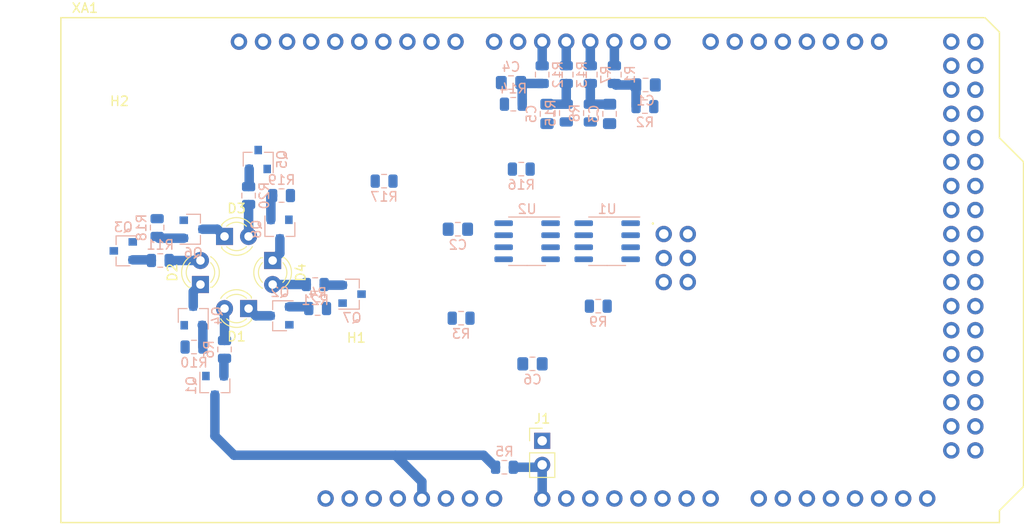
<source format=kicad_pcb>
(kicad_pcb (version 20171130) (host pcbnew 5.1.6-c6e7f7d~87~ubuntu18.04.1)

  (general
    (thickness 1.6)
    (drawings 0)
    (tracks 54)
    (zones 0)
    (modules 45)
    (nets 114)
  )

  (page A4)
  (layers
    (0 F.Cu signal)
    (31 B.Cu signal)
    (32 B.Adhes user)
    (33 F.Adhes user)
    (34 B.Paste user)
    (35 F.Paste user)
    (36 B.SilkS user)
    (37 F.SilkS user)
    (38 B.Mask user)
    (39 F.Mask user)
    (40 Dwgs.User user)
    (41 Cmts.User user)
    (42 Eco1.User user)
    (43 Eco2.User user)
    (44 Edge.Cuts user)
    (45 Margin user)
    (46 B.CrtYd user)
    (47 F.CrtYd user)
    (48 B.Fab user)
    (49 F.Fab user)
  )

  (setup
    (last_trace_width 1)
    (user_trace_width 1)
    (trace_clearance 0.2)
    (zone_clearance 0.508)
    (zone_45_only no)
    (trace_min 0.2)
    (via_size 0.8)
    (via_drill 0.4)
    (via_min_size 0.4)
    (via_min_drill 0.3)
    (uvia_size 0.3)
    (uvia_drill 0.1)
    (uvias_allowed no)
    (uvia_min_size 0.2)
    (uvia_min_drill 0.1)
    (edge_width 0.05)
    (segment_width 0.2)
    (pcb_text_width 0.3)
    (pcb_text_size 1.5 1.5)
    (mod_edge_width 0.12)
    (mod_text_size 1 1)
    (mod_text_width 0.15)
    (pad_size 1.8 1.8)
    (pad_drill 0.9)
    (pad_to_mask_clearance 0.05)
    (aux_axis_origin 0 0)
    (visible_elements FFFFFF7F)
    (pcbplotparams
      (layerselection 0x010fc_ffffffff)
      (usegerberextensions false)
      (usegerberattributes true)
      (usegerberadvancedattributes true)
      (creategerberjobfile true)
      (excludeedgelayer true)
      (linewidth 0.100000)
      (plotframeref false)
      (viasonmask false)
      (mode 1)
      (useauxorigin false)
      (hpglpennumber 1)
      (hpglpenspeed 20)
      (hpglpendiameter 15.000000)
      (psnegative false)
      (psa4output false)
      (plotreference true)
      (plotvalue true)
      (plotinvisibletext false)
      (padsonsilk false)
      (subtractmaskfromsilk false)
      (outputformat 1)
      (mirror false)
      (drillshape 1)
      (scaleselection 1)
      (outputdirectory ""))
  )

  (net 0 "")
  (net 1 "Net-(C1-Pad1)")
  (net 2 +5V)
  (net 3 "Net-(C3-Pad1)")
  (net 4 "Net-(C4-Pad1)")
  (net 5 "Net-(C5-Pad1)")
  (net 6 LEDon3)
  (net 7 LEDon2)
  (net 8 LEDon1)
  (net 9 LEDon0)
  (net 10 PWMin3)
  (net 11 PWMin2)
  (net 12 PWMin1)
  (net 13 PWMin0)
  (net 14 "Net-(Q1-Pad2)")
  (net 15 "Net-(Q1-Pad1)")
  (net 16 "Net-(Q2-Pad1)")
  (net 17 "Net-(Q3-Pad2)")
  (net 18 "Net-(Q3-Pad1)")
  (net 19 "Net-(Q4-Pad1)")
  (net 20 "Net-(Q5-Pad2)")
  (net 21 "Net-(Q5-Pad1)")
  (net 22 "Net-(Q6-Pad1)")
  (net 23 "Net-(Q7-Pad2)")
  (net 24 "Net-(Q7-Pad1)")
  (net 25 "Net-(Q8-Pad1)")
  (net 26 "Net-(R2-Pad2)")
  (net 27 "Net-(R8-Pad2)")
  (net 28 "Net-(R14-Pad2)")
  (net 29 "Net-(R15-Pad2)")
  (net 30 "Net-(D1-Pad2)")
  (net 31 "Net-(D1-Pad1)")
  (net 32 "Net-(D2-Pad2)")
  (net 33 "Net-(D2-Pad1)")
  (net 34 "Net-(D3-Pad2)")
  (net 35 "Net-(D3-Pad1)")
  (net 36 "Net-(D4-Pad2)")
  (net 37 "Net-(D4-Pad1)")
  (net 38 photoC)
  (net 39 "Net-(XA1-PadMISO)")
  (net 40 "Net-(XA1-PadD53)")
  (net 41 "Net-(XA1-PadD52)")
  (net 42 "Net-(XA1-PadD51)")
  (net 43 "Net-(XA1-PadD50)")
  (net 44 "Net-(XA1-PadD49)")
  (net 45 "Net-(XA1-PadD48)")
  (net 46 "Net-(XA1-PadD47)")
  (net 47 "Net-(XA1-PadD43)")
  (net 48 "Net-(XA1-PadD42)")
  (net 49 "Net-(XA1-PadD41)")
  (net 50 "Net-(XA1-PadD40)")
  (net 51 "Net-(XA1-PadD39)")
  (net 52 "Net-(XA1-PadD38)")
  (net 53 "Net-(XA1-PadD37)")
  (net 54 "Net-(XA1-PadD36)")
  (net 55 "Net-(XA1-PadD35)")
  (net 56 "Net-(XA1-PadD34)")
  (net 57 "Net-(XA1-PadD33)")
  (net 58 "Net-(XA1-PadD32)")
  (net 59 "Net-(XA1-PadD31)")
  (net 60 "Net-(XA1-PadD30)")
  (net 61 "Net-(XA1-PadD29)")
  (net 62 "Net-(XA1-PadD27)")
  (net 63 "Net-(XA1-PadA15)")
  (net 64 "Net-(XA1-PadA14)")
  (net 65 "Net-(XA1-PadA13)")
  (net 66 "Net-(XA1-PadA12)")
  (net 67 "Net-(XA1-PadA11)")
  (net 68 "Net-(XA1-PadA10)")
  (net 69 "Net-(XA1-PadA9)")
  (net 70 "Net-(XA1-PadA8)")
  (net 71 "Net-(XA1-PadA7)")
  (net 72 "Net-(XA1-PadA6)")
  (net 73 "Net-(XA1-PadA5)")
  (net 74 "Net-(XA1-PadA4)")
  (net 75 "Net-(XA1-PadA3)")
  (net 76 "Net-(XA1-PadA2)")
  (net 77 "Net-(XA1-PadA1)")
  (net 78 "Net-(XA1-PadD11)")
  (net 79 "Net-(XA1-PadD12)")
  (net 80 "Net-(XA1-PadAREF)")
  (net 81 "Net-(XA1-PadSDA)")
  (net 82 "Net-(XA1-PadSCL)")
  (net 83 "Net-(XA1-PadD10)")
  (net 84 "Net-(XA1-PadD9)")
  (net 85 "Net-(XA1-PadD8)")
  (net 86 "Net-(XA1-PadD7)")
  (net 87 "Net-(XA1-PadD6)")
  (net 88 "Net-(XA1-PadD1)")
  (net 89 "Net-(XA1-PadD0)")
  (net 90 "Net-(XA1-PadD14)")
  (net 91 "Net-(XA1-PadD15)")
  (net 92 "Net-(XA1-PadD16)")
  (net 93 "Net-(XA1-PadD17)")
  (net 94 "Net-(XA1-PadD18)")
  (net 95 "Net-(XA1-PadD19)")
  (net 96 "Net-(XA1-PadD20)")
  (net 97 "Net-(XA1-PadD21)")
  (net 98 "Net-(XA1-PadIORF)")
  (net 99 "Net-(XA1-PadRST1)")
  (net 100 "Net-(XA1-Pad3V3)")
  (net 101 "Net-(XA1-PadVIN)")
  (net 102 "Net-(XA1-Pad5V2)")
  (net 103 "Net-(XA1-PadSCK)")
  (net 104 "Net-(XA1-PadMOSI)")
  (net 105 "Net-(XA1-PadGND4)")
  (net 106 "Net-(XA1-PadRST2)")
  (net 107 GND)
  (net 108 "Net-(XA1-PadD45)")
  (net 109 "Net-(XA1-PadD46)")
  (net 110 "Net-(XA1-PadD44)")
  (net 111 "Net-(XA1-PadD25)")
  (net 112 "Net-(XA1-PadD23)")
  (net 113 "Net-(XA1-PadD13)")

  (net_class Default "This is the default net class."
    (clearance 0.2)
    (trace_width 0.25)
    (via_dia 0.8)
    (via_drill 0.4)
    (uvia_dia 0.3)
    (uvia_drill 0.1)
    (add_net +5V)
    (add_net GND)
    (add_net LEDon0)
    (add_net LEDon1)
    (add_net LEDon2)
    (add_net LEDon3)
    (add_net "Net-(C1-Pad1)")
    (add_net "Net-(C3-Pad1)")
    (add_net "Net-(C4-Pad1)")
    (add_net "Net-(C5-Pad1)")
    (add_net "Net-(D1-Pad1)")
    (add_net "Net-(D1-Pad2)")
    (add_net "Net-(D2-Pad1)")
    (add_net "Net-(D2-Pad2)")
    (add_net "Net-(D3-Pad1)")
    (add_net "Net-(D3-Pad2)")
    (add_net "Net-(D4-Pad1)")
    (add_net "Net-(D4-Pad2)")
    (add_net "Net-(Q1-Pad1)")
    (add_net "Net-(Q1-Pad2)")
    (add_net "Net-(Q2-Pad1)")
    (add_net "Net-(Q3-Pad1)")
    (add_net "Net-(Q3-Pad2)")
    (add_net "Net-(Q4-Pad1)")
    (add_net "Net-(Q5-Pad1)")
    (add_net "Net-(Q5-Pad2)")
    (add_net "Net-(Q6-Pad1)")
    (add_net "Net-(Q7-Pad1)")
    (add_net "Net-(Q7-Pad2)")
    (add_net "Net-(Q8-Pad1)")
    (add_net "Net-(R14-Pad2)")
    (add_net "Net-(R15-Pad2)")
    (add_net "Net-(R2-Pad2)")
    (add_net "Net-(R8-Pad2)")
    (add_net "Net-(XA1-Pad3V3)")
    (add_net "Net-(XA1-Pad5V2)")
    (add_net "Net-(XA1-PadA1)")
    (add_net "Net-(XA1-PadA10)")
    (add_net "Net-(XA1-PadA11)")
    (add_net "Net-(XA1-PadA12)")
    (add_net "Net-(XA1-PadA13)")
    (add_net "Net-(XA1-PadA14)")
    (add_net "Net-(XA1-PadA15)")
    (add_net "Net-(XA1-PadA2)")
    (add_net "Net-(XA1-PadA3)")
    (add_net "Net-(XA1-PadA4)")
    (add_net "Net-(XA1-PadA5)")
    (add_net "Net-(XA1-PadA6)")
    (add_net "Net-(XA1-PadA7)")
    (add_net "Net-(XA1-PadA8)")
    (add_net "Net-(XA1-PadA9)")
    (add_net "Net-(XA1-PadAREF)")
    (add_net "Net-(XA1-PadD0)")
    (add_net "Net-(XA1-PadD1)")
    (add_net "Net-(XA1-PadD10)")
    (add_net "Net-(XA1-PadD11)")
    (add_net "Net-(XA1-PadD12)")
    (add_net "Net-(XA1-PadD13)")
    (add_net "Net-(XA1-PadD14)")
    (add_net "Net-(XA1-PadD15)")
    (add_net "Net-(XA1-PadD16)")
    (add_net "Net-(XA1-PadD17)")
    (add_net "Net-(XA1-PadD18)")
    (add_net "Net-(XA1-PadD19)")
    (add_net "Net-(XA1-PadD20)")
    (add_net "Net-(XA1-PadD21)")
    (add_net "Net-(XA1-PadD23)")
    (add_net "Net-(XA1-PadD25)")
    (add_net "Net-(XA1-PadD27)")
    (add_net "Net-(XA1-PadD29)")
    (add_net "Net-(XA1-PadD30)")
    (add_net "Net-(XA1-PadD31)")
    (add_net "Net-(XA1-PadD32)")
    (add_net "Net-(XA1-PadD33)")
    (add_net "Net-(XA1-PadD34)")
    (add_net "Net-(XA1-PadD35)")
    (add_net "Net-(XA1-PadD36)")
    (add_net "Net-(XA1-PadD37)")
    (add_net "Net-(XA1-PadD38)")
    (add_net "Net-(XA1-PadD39)")
    (add_net "Net-(XA1-PadD40)")
    (add_net "Net-(XA1-PadD41)")
    (add_net "Net-(XA1-PadD42)")
    (add_net "Net-(XA1-PadD43)")
    (add_net "Net-(XA1-PadD44)")
    (add_net "Net-(XA1-PadD45)")
    (add_net "Net-(XA1-PadD46)")
    (add_net "Net-(XA1-PadD47)")
    (add_net "Net-(XA1-PadD48)")
    (add_net "Net-(XA1-PadD49)")
    (add_net "Net-(XA1-PadD50)")
    (add_net "Net-(XA1-PadD51)")
    (add_net "Net-(XA1-PadD52)")
    (add_net "Net-(XA1-PadD53)")
    (add_net "Net-(XA1-PadD6)")
    (add_net "Net-(XA1-PadD7)")
    (add_net "Net-(XA1-PadD8)")
    (add_net "Net-(XA1-PadD9)")
    (add_net "Net-(XA1-PadGND4)")
    (add_net "Net-(XA1-PadIORF)")
    (add_net "Net-(XA1-PadMISO)")
    (add_net "Net-(XA1-PadMOSI)")
    (add_net "Net-(XA1-PadRST1)")
    (add_net "Net-(XA1-PadRST2)")
    (add_net "Net-(XA1-PadSCK)")
    (add_net "Net-(XA1-PadSCL)")
    (add_net "Net-(XA1-PadSDA)")
    (add_net "Net-(XA1-PadVIN)")
    (add_net PWMin0)
    (add_net PWMin1)
    (add_net PWMin2)
    (add_net PWMin3)
    (add_net photoC)
  )

  (module Package_SO:SOIC-8_3.9x4.9mm_P1.27mm (layer B.Cu) (tedit 5D9F72B1) (tstamp 5FF39F12)
    (at 104.326 -94.742 180)
    (descr "SOIC, 8 Pin (JEDEC MS-012AA, https://www.analog.com/media/en/package-pcb-resources/package/pkg_pdf/soic_narrow-r/r_8.pdf), generated with kicad-footprint-generator ipc_gullwing_generator.py")
    (tags "SOIC SO")
    (path /600DA883)
    (attr smd)
    (fp_text reference U2 (at 0 3.4) (layer B.SilkS)
      (effects (font (size 1 1) (thickness 0.15)) (justify mirror))
    )
    (fp_text value TLC2722 (at 0 -3.4) (layer B.Fab)
      (effects (font (size 1 1) (thickness 0.15)) (justify mirror))
    )
    (fp_text user %R (at 0 0) (layer B.Fab)
      (effects (font (size 0.98 0.98) (thickness 0.15)) (justify mirror))
    )
    (fp_line (start 0 -2.56) (end 1.95 -2.56) (layer B.SilkS) (width 0.12))
    (fp_line (start 0 -2.56) (end -1.95 -2.56) (layer B.SilkS) (width 0.12))
    (fp_line (start 0 2.56) (end 1.95 2.56) (layer B.SilkS) (width 0.12))
    (fp_line (start 0 2.56) (end -3.45 2.56) (layer B.SilkS) (width 0.12))
    (fp_line (start -0.975 2.45) (end 1.95 2.45) (layer B.Fab) (width 0.1))
    (fp_line (start 1.95 2.45) (end 1.95 -2.45) (layer B.Fab) (width 0.1))
    (fp_line (start 1.95 -2.45) (end -1.95 -2.45) (layer B.Fab) (width 0.1))
    (fp_line (start -1.95 -2.45) (end -1.95 1.475) (layer B.Fab) (width 0.1))
    (fp_line (start -1.95 1.475) (end -0.975 2.45) (layer B.Fab) (width 0.1))
    (fp_line (start -3.7 2.7) (end -3.7 -2.7) (layer B.CrtYd) (width 0.05))
    (fp_line (start -3.7 -2.7) (end 3.7 -2.7) (layer B.CrtYd) (width 0.05))
    (fp_line (start 3.7 -2.7) (end 3.7 2.7) (layer B.CrtYd) (width 0.05))
    (fp_line (start 3.7 2.7) (end -3.7 2.7) (layer B.CrtYd) (width 0.05))
    (pad 8 smd roundrect (at 2.475 1.905 180) (size 1.95 0.6) (layers B.Cu B.Paste B.Mask) (roundrect_rratio 0.25)
      (net 2 +5V))
    (pad 7 smd roundrect (at 2.475 0.635 180) (size 1.95 0.6) (layers B.Cu B.Paste B.Mask) (roundrect_rratio 0.25)
      (net 21 "Net-(Q5-Pad1)"))
    (pad 6 smd roundrect (at 2.475 -0.635 180) (size 1.95 0.6) (layers B.Cu B.Paste B.Mask) (roundrect_rratio 0.25)
      (net 20 "Net-(Q5-Pad2)"))
    (pad 5 smd roundrect (at 2.475 -1.905 180) (size 1.95 0.6) (layers B.Cu B.Paste B.Mask) (roundrect_rratio 0.25)
      (net 28 "Net-(R14-Pad2)"))
    (pad 4 smd roundrect (at -2.475 -1.905 180) (size 1.95 0.6) (layers B.Cu B.Paste B.Mask) (roundrect_rratio 0.25)
      (net 107 GND))
    (pad 3 smd roundrect (at -2.475 -0.635 180) (size 1.95 0.6) (layers B.Cu B.Paste B.Mask) (roundrect_rratio 0.25)
      (net 29 "Net-(R15-Pad2)"))
    (pad 2 smd roundrect (at -2.475 0.635 180) (size 1.95 0.6) (layers B.Cu B.Paste B.Mask) (roundrect_rratio 0.25)
      (net 23 "Net-(Q7-Pad2)"))
    (pad 1 smd roundrect (at -2.475 1.905 180) (size 1.95 0.6) (layers B.Cu B.Paste B.Mask) (roundrect_rratio 0.25)
      (net 24 "Net-(Q7-Pad1)"))
    (model ${KISYS3DMOD}/Package_SO.3dshapes/SOIC-8_3.9x4.9mm_P1.27mm.wrl
      (at (xyz 0 0 0))
      (scale (xyz 1 1 1))
      (rotate (xyz 0 0 0))
    )
  )

  (module Package_SO:SOIC-8_3.9x4.9mm_P1.27mm (layer B.Cu) (tedit 5D9F72B1) (tstamp 5FF39EF8)
    (at 112.776 -94.742 180)
    (descr "SOIC, 8 Pin (JEDEC MS-012AA, https://www.analog.com/media/en/package-pcb-resources/package/pkg_pdf/soic_narrow-r/r_8.pdf), generated with kicad-footprint-generator ipc_gullwing_generator.py")
    (tags "SOIC SO")
    (path /600B93BA)
    (attr smd)
    (fp_text reference U1 (at 0 3.4) (layer B.SilkS)
      (effects (font (size 1 1) (thickness 0.15)) (justify mirror))
    )
    (fp_text value TLC2722 (at 0 -3.4) (layer B.Fab)
      (effects (font (size 1 1) (thickness 0.15)) (justify mirror))
    )
    (fp_text user %R (at 0 0) (layer B.Fab)
      (effects (font (size 0.98 0.98) (thickness 0.15)) (justify mirror))
    )
    (fp_line (start 0 -2.56) (end 1.95 -2.56) (layer B.SilkS) (width 0.12))
    (fp_line (start 0 -2.56) (end -1.95 -2.56) (layer B.SilkS) (width 0.12))
    (fp_line (start 0 2.56) (end 1.95 2.56) (layer B.SilkS) (width 0.12))
    (fp_line (start 0 2.56) (end -3.45 2.56) (layer B.SilkS) (width 0.12))
    (fp_line (start -0.975 2.45) (end 1.95 2.45) (layer B.Fab) (width 0.1))
    (fp_line (start 1.95 2.45) (end 1.95 -2.45) (layer B.Fab) (width 0.1))
    (fp_line (start 1.95 -2.45) (end -1.95 -2.45) (layer B.Fab) (width 0.1))
    (fp_line (start -1.95 -2.45) (end -1.95 1.475) (layer B.Fab) (width 0.1))
    (fp_line (start -1.95 1.475) (end -0.975 2.45) (layer B.Fab) (width 0.1))
    (fp_line (start -3.7 2.7) (end -3.7 -2.7) (layer B.CrtYd) (width 0.05))
    (fp_line (start -3.7 -2.7) (end 3.7 -2.7) (layer B.CrtYd) (width 0.05))
    (fp_line (start 3.7 -2.7) (end 3.7 2.7) (layer B.CrtYd) (width 0.05))
    (fp_line (start 3.7 2.7) (end -3.7 2.7) (layer B.CrtYd) (width 0.05))
    (pad 8 smd roundrect (at 2.475 1.905 180) (size 1.95 0.6) (layers B.Cu B.Paste B.Mask) (roundrect_rratio 0.25)
      (net 2 +5V))
    (pad 7 smd roundrect (at 2.475 0.635 180) (size 1.95 0.6) (layers B.Cu B.Paste B.Mask) (roundrect_rratio 0.25)
      (net 18 "Net-(Q3-Pad1)"))
    (pad 6 smd roundrect (at 2.475 -0.635 180) (size 1.95 0.6) (layers B.Cu B.Paste B.Mask) (roundrect_rratio 0.25)
      (net 17 "Net-(Q3-Pad2)"))
    (pad 5 smd roundrect (at 2.475 -1.905 180) (size 1.95 0.6) (layers B.Cu B.Paste B.Mask) (roundrect_rratio 0.25)
      (net 27 "Net-(R8-Pad2)"))
    (pad 4 smd roundrect (at -2.475 -1.905 180) (size 1.95 0.6) (layers B.Cu B.Paste B.Mask) (roundrect_rratio 0.25)
      (net 107 GND))
    (pad 3 smd roundrect (at -2.475 -0.635 180) (size 1.95 0.6) (layers B.Cu B.Paste B.Mask) (roundrect_rratio 0.25)
      (net 26 "Net-(R2-Pad2)"))
    (pad 2 smd roundrect (at -2.475 0.635 180) (size 1.95 0.6) (layers B.Cu B.Paste B.Mask) (roundrect_rratio 0.25)
      (net 14 "Net-(Q1-Pad2)"))
    (pad 1 smd roundrect (at -2.475 1.905 180) (size 1.95 0.6) (layers B.Cu B.Paste B.Mask) (roundrect_rratio 0.25)
      (net 15 "Net-(Q1-Pad1)"))
    (model ${KISYS3DMOD}/Package_SO.3dshapes/SOIC-8_3.9x4.9mm_P1.27mm.wrl
      (at (xyz 0 0 0))
      (scale (xyz 1 1 1))
      (rotate (xyz 0 0 0))
    )
  )

  (module MountingHole:MountingHole_4.3mm_M4 (layer F.Cu) (tedit 56D1B4CB) (tstamp 5FF21232)
    (at 61.3 -104.238)
    (descr "Mounting Hole 4.3mm, no annular, M4")
    (tags "mounting hole 4.3mm no annular m4")
    (path /5FF32EFD)
    (attr virtual)
    (fp_text reference H2 (at 0 -5.3) (layer F.SilkS)
      (effects (font (size 1 1) (thickness 0.15)))
    )
    (fp_text value MountingHole (at 0 5.3) (layer F.Fab)
      (effects (font (size 1 1) (thickness 0.15)))
    )
    (fp_text user %R (at 0.3 0) (layer F.Fab)
      (effects (font (size 1 1) (thickness 0.15)))
    )
    (fp_circle (center 0 0) (end 4.3 0) (layer Cmts.User) (width 0.15))
    (fp_circle (center 0 0) (end 4.55 0) (layer F.CrtYd) (width 0.05))
    (pad 1 np_thru_hole circle (at 0 0) (size 4.3 4.3) (drill 4.3) (layers *.Cu *.Mask))
  )

  (module MountingHole:MountingHole_4.3mm_M4 (layer F.Cu) (tedit 56D1B4CB) (tstamp 5FF21368)
    (at 86.3 -79.238)
    (descr "Mounting Hole 4.3mm, no annular, M4")
    (tags "mounting hole 4.3mm no annular m4")
    (path /5FF38966)
    (attr virtual)
    (fp_text reference H1 (at 0 -5.3) (layer F.SilkS)
      (effects (font (size 1 1) (thickness 0.15)))
    )
    (fp_text value MountingHole (at 0 5.3) (layer F.Fab)
      (effects (font (size 1 1) (thickness 0.15)))
    )
    (fp_text user %R (at 0.3 0) (layer F.Fab)
      (effects (font (size 1 1) (thickness 0.15)))
    )
    (fp_circle (center 0 0) (end 4.3 0) (layer Cmts.User) (width 0.15))
    (fp_circle (center 0 0) (end 4.55 0) (layer F.CrtYd) (width 0.05))
    (pad 1 np_thru_hole circle (at 0 0) (size 4.3 4.3) (drill 4.3) (layers *.Cu *.Mask))
  )

  (module Connector_PinHeader_2.54mm:PinHeader_1x02_P2.54mm_Vertical (layer F.Cu) (tedit 59FED5CC) (tstamp 5FF1FB6D)
    (at 105.918 -73.66)
    (descr "Through hole straight pin header, 1x02, 2.54mm pitch, single row")
    (tags "Through hole pin header THT 1x02 2.54mm single row")
    (path /5FF245E8)
    (fp_text reference J1 (at 0 -2.33) (layer F.SilkS)
      (effects (font (size 1 1) (thickness 0.15)))
    )
    (fp_text value Conn_01x02_Male (at 0 4.87) (layer F.Fab)
      (effects (font (size 1 1) (thickness 0.15)))
    )
    (fp_line (start 1.8 -1.8) (end -1.8 -1.8) (layer F.CrtYd) (width 0.05))
    (fp_line (start 1.8 4.35) (end 1.8 -1.8) (layer F.CrtYd) (width 0.05))
    (fp_line (start -1.8 4.35) (end 1.8 4.35) (layer F.CrtYd) (width 0.05))
    (fp_line (start -1.8 -1.8) (end -1.8 4.35) (layer F.CrtYd) (width 0.05))
    (fp_line (start -1.33 -1.33) (end 0 -1.33) (layer F.SilkS) (width 0.12))
    (fp_line (start -1.33 0) (end -1.33 -1.33) (layer F.SilkS) (width 0.12))
    (fp_line (start -1.33 1.27) (end 1.33 1.27) (layer F.SilkS) (width 0.12))
    (fp_line (start 1.33 1.27) (end 1.33 3.87) (layer F.SilkS) (width 0.12))
    (fp_line (start -1.33 1.27) (end -1.33 3.87) (layer F.SilkS) (width 0.12))
    (fp_line (start -1.33 3.87) (end 1.33 3.87) (layer F.SilkS) (width 0.12))
    (fp_line (start -1.27 -0.635) (end -0.635 -1.27) (layer F.Fab) (width 0.1))
    (fp_line (start -1.27 3.81) (end -1.27 -0.635) (layer F.Fab) (width 0.1))
    (fp_line (start 1.27 3.81) (end -1.27 3.81) (layer F.Fab) (width 0.1))
    (fp_line (start 1.27 -1.27) (end 1.27 3.81) (layer F.Fab) (width 0.1))
    (fp_line (start -0.635 -1.27) (end 1.27 -1.27) (layer F.Fab) (width 0.1))
    (fp_text user %R (at 0 1.27 90) (layer F.Fab)
      (effects (font (size 1 1) (thickness 0.15)))
    )
    (pad 2 thru_hole oval (at 0 2.54) (size 1.7 1.7) (drill 1) (layers *.Cu *.Mask)
      (net 38 photoC))
    (pad 1 thru_hole rect (at 0 0) (size 1.7 1.7) (drill 1) (layers *.Cu *.Mask)
      (net 107 GND))
    (model ${KISYS3DMOD}/Connector_PinHeader_2.54mm.3dshapes/PinHeader_1x02_P2.54mm_Vertical.wrl
      (at (xyz 0 0 0))
      (scale (xyz 1 1 1))
      (rotate (xyz 0 0 0))
    )
  )

  (module arduino:Arduino_Mega2560_Shield (layer F.Cu) (tedit 5A8605D3) (tstamp 5FF30F12)
    (at 55.118 -65.024)
    (descr https://store.arduino.cc/arduino-mega-2560-rev3)
    (path /5FFCB39A)
    (fp_text reference XA1 (at 2.54 -54.356) (layer F.SilkS)
      (effects (font (size 1 1) (thickness 0.15)))
    )
    (fp_text value Arduino_Mega2560_Shield (at 15.494 -54.356) (layer F.Fab)
      (effects (font (size 1 1) (thickness 0.15)))
    )
    (fp_line (start 9.525 -32.385) (end -6.35 -32.385) (layer B.CrtYd) (width 0.15))
    (fp_line (start 9.525 -43.815) (end -6.35 -43.815) (layer B.CrtYd) (width 0.15))
    (fp_line (start 9.525 -43.815) (end 9.525 -32.385) (layer B.CrtYd) (width 0.15))
    (fp_line (start -6.35 -43.815) (end -6.35 -32.385) (layer B.CrtYd) (width 0.15))
    (fp_line (start 11.43 -12.065) (end 11.43 -3.175) (layer B.CrtYd) (width 0.15))
    (fp_line (start -1.905 -3.175) (end 11.43 -3.175) (layer B.CrtYd) (width 0.15))
    (fp_line (start -1.905 -12.065) (end -1.905 -3.175) (layer B.CrtYd) (width 0.15))
    (fp_line (start -1.905 -12.065) (end 11.43 -12.065) (layer B.CrtYd) (width 0.15))
    (fp_line (start 0 -53.34) (end 0 0) (layer F.SilkS) (width 0.15))
    (fp_line (start 99.06 -40.64) (end 99.06 -51.816) (layer F.SilkS) (width 0.15))
    (fp_line (start 101.6 -38.1) (end 99.06 -40.64) (layer F.SilkS) (width 0.15))
    (fp_line (start 101.6 -3.81) (end 101.6 -38.1) (layer F.SilkS) (width 0.15))
    (fp_line (start 99.06 -1.27) (end 101.6 -3.81) (layer F.SilkS) (width 0.15))
    (fp_line (start 99.06 0) (end 99.06 -1.27) (layer F.SilkS) (width 0.15))
    (fp_line (start 97.536 -53.34) (end 99.06 -51.816) (layer F.SilkS) (width 0.15))
    (fp_line (start 0 0) (end 99.06 0) (layer F.SilkS) (width 0.15))
    (fp_line (start 0 -53.34) (end 97.536 -53.34) (layer F.SilkS) (width 0.15))
    (fp_text user . (at 62.484 -32.004) (layer F.SilkS)
      (effects (font (size 1 1) (thickness 0.15)))
    )
    (pad MISO thru_hole oval (at 63.627 -30.48) (size 1.7272 1.7272) (drill 1.016) (layers *.Cu *.Mask)
      (net 39 "Net-(XA1-PadMISO)"))
    (pad GND6 thru_hole oval (at 96.52 -7.62) (size 1.7272 1.7272) (drill 1.016) (layers *.Cu *.Mask)
      (net 107 GND))
    (pad GND5 thru_hole oval (at 93.98 -7.62) (size 1.7272 1.7272) (drill 1.016) (layers *.Cu *.Mask)
      (net 107 GND))
    (pad D53 thru_hole oval (at 96.52 -10.16) (size 1.7272 1.7272) (drill 1.016) (layers *.Cu *.Mask)
      (net 40 "Net-(XA1-PadD53)"))
    (pad D52 thru_hole oval (at 93.98 -10.16) (size 1.7272 1.7272) (drill 1.016) (layers *.Cu *.Mask)
      (net 41 "Net-(XA1-PadD52)"))
    (pad D51 thru_hole oval (at 96.52 -12.7) (size 1.7272 1.7272) (drill 1.016) (layers *.Cu *.Mask)
      (net 42 "Net-(XA1-PadD51)"))
    (pad D50 thru_hole oval (at 93.98 -12.7) (size 1.7272 1.7272) (drill 1.016) (layers *.Cu *.Mask)
      (net 43 "Net-(XA1-PadD50)"))
    (pad D49 thru_hole oval (at 96.52 -15.24) (size 1.7272 1.7272) (drill 1.016) (layers *.Cu *.Mask)
      (net 44 "Net-(XA1-PadD49)"))
    (pad D48 thru_hole oval (at 93.98 -15.24) (size 1.7272 1.7272) (drill 1.016) (layers *.Cu *.Mask)
      (net 45 "Net-(XA1-PadD48)"))
    (pad D47 thru_hole oval (at 96.52 -17.78) (size 1.7272 1.7272) (drill 1.016) (layers *.Cu *.Mask)
      (net 46 "Net-(XA1-PadD47)"))
    (pad D46 thru_hole oval (at 93.98 -17.78) (size 1.7272 1.7272) (drill 1.016) (layers *.Cu *.Mask)
      (net 109 "Net-(XA1-PadD46)"))
    (pad D45 thru_hole oval (at 96.52 -20.32) (size 1.7272 1.7272) (drill 1.016) (layers *.Cu *.Mask)
      (net 108 "Net-(XA1-PadD45)"))
    (pad D44 thru_hole oval (at 93.98 -20.32) (size 1.7272 1.7272) (drill 1.016) (layers *.Cu *.Mask)
      (net 110 "Net-(XA1-PadD44)"))
    (pad D43 thru_hole oval (at 96.52 -22.86) (size 1.7272 1.7272) (drill 1.016) (layers *.Cu *.Mask)
      (net 47 "Net-(XA1-PadD43)"))
    (pad D42 thru_hole oval (at 93.98 -22.86) (size 1.7272 1.7272) (drill 1.016) (layers *.Cu *.Mask)
      (net 48 "Net-(XA1-PadD42)"))
    (pad D41 thru_hole oval (at 96.52 -25.4) (size 1.7272 1.7272) (drill 1.016) (layers *.Cu *.Mask)
      (net 49 "Net-(XA1-PadD41)"))
    (pad D40 thru_hole oval (at 93.98 -25.4) (size 1.7272 1.7272) (drill 1.016) (layers *.Cu *.Mask)
      (net 50 "Net-(XA1-PadD40)"))
    (pad D39 thru_hole oval (at 96.52 -27.94) (size 1.7272 1.7272) (drill 1.016) (layers *.Cu *.Mask)
      (net 51 "Net-(XA1-PadD39)"))
    (pad D38 thru_hole oval (at 93.98 -27.94) (size 1.7272 1.7272) (drill 1.016) (layers *.Cu *.Mask)
      (net 52 "Net-(XA1-PadD38)"))
    (pad D37 thru_hole oval (at 96.52 -30.48) (size 1.7272 1.7272) (drill 1.016) (layers *.Cu *.Mask)
      (net 53 "Net-(XA1-PadD37)"))
    (pad D36 thru_hole oval (at 93.98 -30.48) (size 1.7272 1.7272) (drill 1.016) (layers *.Cu *.Mask)
      (net 54 "Net-(XA1-PadD36)"))
    (pad D35 thru_hole oval (at 96.52 -33.02) (size 1.7272 1.7272) (drill 1.016) (layers *.Cu *.Mask)
      (net 55 "Net-(XA1-PadD35)"))
    (pad D34 thru_hole oval (at 93.98 -33.02) (size 1.7272 1.7272) (drill 1.016) (layers *.Cu *.Mask)
      (net 56 "Net-(XA1-PadD34)"))
    (pad D33 thru_hole oval (at 96.52 -35.56) (size 1.7272 1.7272) (drill 1.016) (layers *.Cu *.Mask)
      (net 57 "Net-(XA1-PadD33)"))
    (pad D32 thru_hole oval (at 93.98 -35.56) (size 1.7272 1.7272) (drill 1.016) (layers *.Cu *.Mask)
      (net 58 "Net-(XA1-PadD32)"))
    (pad D31 thru_hole oval (at 96.52 -38.1) (size 1.7272 1.7272) (drill 1.016) (layers *.Cu *.Mask)
      (net 59 "Net-(XA1-PadD31)"))
    (pad D30 thru_hole oval (at 93.98 -38.1) (size 1.7272 1.7272) (drill 1.016) (layers *.Cu *.Mask)
      (net 60 "Net-(XA1-PadD30)"))
    (pad D29 thru_hole oval (at 96.52 -40.64) (size 1.7272 1.7272) (drill 1.016) (layers *.Cu *.Mask)
      (net 61 "Net-(XA1-PadD29)"))
    (pad D28 thru_hole oval (at 93.98 -40.64) (size 1.7272 1.7272) (drill 1.016) (layers *.Cu *.Mask)
      (net 6 LEDon3))
    (pad D27 thru_hole oval (at 96.52 -43.18) (size 1.7272 1.7272) (drill 1.016) (layers *.Cu *.Mask)
      (net 62 "Net-(XA1-PadD27)"))
    (pad D26 thru_hole oval (at 93.98 -43.18) (size 1.7272 1.7272) (drill 1.016) (layers *.Cu *.Mask)
      (net 7 LEDon2))
    (pad D25 thru_hole oval (at 96.52 -45.72) (size 1.7272 1.7272) (drill 1.016) (layers *.Cu *.Mask)
      (net 111 "Net-(XA1-PadD25)"))
    (pad D24 thru_hole oval (at 93.98 -45.72) (size 1.7272 1.7272) (drill 1.016) (layers *.Cu *.Mask)
      (net 8 LEDon1))
    (pad D23 thru_hole oval (at 96.52 -48.26) (size 1.7272 1.7272) (drill 1.016) (layers *.Cu *.Mask)
      (net 112 "Net-(XA1-PadD23)"))
    (pad D22 thru_hole oval (at 93.98 -48.26) (size 1.7272 1.7272) (drill 1.016) (layers *.Cu *.Mask)
      (net 9 LEDon0))
    (pad 5V4 thru_hole oval (at 96.52 -50.8) (size 1.7272 1.7272) (drill 1.016) (layers *.Cu *.Mask)
      (net 2 +5V))
    (pad 5V3 thru_hole oval (at 93.98 -50.8) (size 1.7272 1.7272) (drill 1.016) (layers *.Cu *.Mask)
      (net 2 +5V))
    (pad A15 thru_hole oval (at 91.44 -2.54) (size 1.7272 1.7272) (drill 1.016) (layers *.Cu *.Mask)
      (net 63 "Net-(XA1-PadA15)"))
    (pad A14 thru_hole oval (at 88.9 -2.54) (size 1.7272 1.7272) (drill 1.016) (layers *.Cu *.Mask)
      (net 64 "Net-(XA1-PadA14)"))
    (pad A13 thru_hole oval (at 86.36 -2.54) (size 1.7272 1.7272) (drill 1.016) (layers *.Cu *.Mask)
      (net 65 "Net-(XA1-PadA13)"))
    (pad A12 thru_hole oval (at 83.82 -2.54) (size 1.7272 1.7272) (drill 1.016) (layers *.Cu *.Mask)
      (net 66 "Net-(XA1-PadA12)"))
    (pad A11 thru_hole oval (at 81.28 -2.54) (size 1.7272 1.7272) (drill 1.016) (layers *.Cu *.Mask)
      (net 67 "Net-(XA1-PadA11)"))
    (pad A10 thru_hole oval (at 78.74 -2.54) (size 1.7272 1.7272) (drill 1.016) (layers *.Cu *.Mask)
      (net 68 "Net-(XA1-PadA10)"))
    (pad A9 thru_hole oval (at 76.2 -2.54) (size 1.7272 1.7272) (drill 1.016) (layers *.Cu *.Mask)
      (net 69 "Net-(XA1-PadA9)"))
    (pad A8 thru_hole oval (at 73.66 -2.54) (size 1.7272 1.7272) (drill 1.016) (layers *.Cu *.Mask)
      (net 70 "Net-(XA1-PadA8)"))
    (pad A7 thru_hole oval (at 68.58 -2.54) (size 1.7272 1.7272) (drill 1.016) (layers *.Cu *.Mask)
      (net 71 "Net-(XA1-PadA7)"))
    (pad A6 thru_hole oval (at 66.04 -2.54) (size 1.7272 1.7272) (drill 1.016) (layers *.Cu *.Mask)
      (net 72 "Net-(XA1-PadA6)"))
    (pad A5 thru_hole oval (at 63.5 -2.54) (size 1.7272 1.7272) (drill 1.016) (layers *.Cu *.Mask)
      (net 73 "Net-(XA1-PadA5)"))
    (pad A4 thru_hole oval (at 60.96 -2.54) (size 1.7272 1.7272) (drill 1.016) (layers *.Cu *.Mask)
      (net 74 "Net-(XA1-PadA4)"))
    (pad A3 thru_hole oval (at 58.42 -2.54) (size 1.7272 1.7272) (drill 1.016) (layers *.Cu *.Mask)
      (net 75 "Net-(XA1-PadA3)"))
    (pad A2 thru_hole oval (at 55.88 -2.54) (size 1.7272 1.7272) (drill 1.016) (layers *.Cu *.Mask)
      (net 76 "Net-(XA1-PadA2)"))
    (pad A1 thru_hole oval (at 53.34 -2.54) (size 1.7272 1.7272) (drill 1.016) (layers *.Cu *.Mask)
      (net 77 "Net-(XA1-PadA1)"))
    (pad "" thru_hole oval (at 27.94 -2.54) (size 1.7272 1.7272) (drill 1.016) (layers *.Cu *.Mask))
    (pad D11 thru_hole oval (at 34.036 -50.8) (size 1.7272 1.7272) (drill 1.016) (layers *.Cu *.Mask)
      (net 78 "Net-(XA1-PadD11)"))
    (pad D12 thru_hole oval (at 31.496 -50.8) (size 1.7272 1.7272) (drill 1.016) (layers *.Cu *.Mask)
      (net 79 "Net-(XA1-PadD12)"))
    (pad D13 thru_hole oval (at 28.956 -50.8) (size 1.7272 1.7272) (drill 1.016) (layers *.Cu *.Mask)
      (net 113 "Net-(XA1-PadD13)"))
    (pad AREF thru_hole oval (at 23.876 -50.8) (size 1.7272 1.7272) (drill 1.016) (layers *.Cu *.Mask)
      (net 80 "Net-(XA1-PadAREF)"))
    (pad SDA thru_hole oval (at 21.336 -50.8) (size 1.7272 1.7272) (drill 1.016) (layers *.Cu *.Mask)
      (net 81 "Net-(XA1-PadSDA)"))
    (pad SCL thru_hole oval (at 18.796 -50.8) (size 1.7272 1.7272) (drill 1.016) (layers *.Cu *.Mask)
      (net 82 "Net-(XA1-PadSCL)"))
    (pad "" np_thru_hole circle (at 13.97 -2.54) (size 3.2 3.2) (drill 3.2) (layers *.Cu *.Mask))
    (pad "" np_thru_hole circle (at 96.52 -2.54) (size 3.2 3.2) (drill 3.2) (layers *.Cu *.Mask))
    (pad "" np_thru_hole circle (at 15.24 -50.8) (size 3.2 3.2) (drill 3.2) (layers *.Cu *.Mask))
    (pad "" np_thru_hole circle (at 90.17 -50.8) (size 3.2 3.2) (drill 3.2) (layers *.Cu *.Mask))
    (pad "" np_thru_hole circle (at 66.04 -35.56) (size 3.2 3.2) (drill 3.2) (layers *.Cu *.Mask))
    (pad "" np_thru_hole circle (at 66.04 -7.62) (size 3.2 3.2) (drill 3.2) (layers *.Cu *.Mask))
    (pad D10 thru_hole oval (at 36.576 -50.8) (size 1.7272 1.7272) (drill 1.016) (layers *.Cu *.Mask)
      (net 83 "Net-(XA1-PadD10)"))
    (pad D9 thru_hole oval (at 39.116 -50.8) (size 1.7272 1.7272) (drill 1.016) (layers *.Cu *.Mask)
      (net 84 "Net-(XA1-PadD9)"))
    (pad D8 thru_hole oval (at 41.656 -50.8) (size 1.7272 1.7272) (drill 1.016) (layers *.Cu *.Mask)
      (net 85 "Net-(XA1-PadD8)"))
    (pad GND1 thru_hole oval (at 26.416 -50.8) (size 1.7272 1.7272) (drill 1.016) (layers *.Cu *.Mask)
      (net 107 GND))
    (pad D7 thru_hole oval (at 45.72 -50.8) (size 1.7272 1.7272) (drill 1.016) (layers *.Cu *.Mask)
      (net 86 "Net-(XA1-PadD7)"))
    (pad D6 thru_hole oval (at 48.26 -50.8) (size 1.7272 1.7272) (drill 1.016) (layers *.Cu *.Mask)
      (net 87 "Net-(XA1-PadD6)"))
    (pad D5 thru_hole oval (at 50.8 -50.8) (size 1.7272 1.7272) (drill 1.016) (layers *.Cu *.Mask)
      (net 10 PWMin3))
    (pad D4 thru_hole oval (at 53.34 -50.8) (size 1.7272 1.7272) (drill 1.016) (layers *.Cu *.Mask)
      (net 11 PWMin2))
    (pad D3 thru_hole oval (at 55.88 -50.8) (size 1.7272 1.7272) (drill 1.016) (layers *.Cu *.Mask)
      (net 12 PWMin1))
    (pad D2 thru_hole oval (at 58.42 -50.8) (size 1.7272 1.7272) (drill 1.016) (layers *.Cu *.Mask)
      (net 13 PWMin0))
    (pad D1 thru_hole oval (at 60.96 -50.8) (size 1.7272 1.7272) (drill 1.016) (layers *.Cu *.Mask)
      (net 88 "Net-(XA1-PadD1)"))
    (pad D0 thru_hole oval (at 63.5 -50.8) (size 1.7272 1.7272) (drill 1.016) (layers *.Cu *.Mask)
      (net 89 "Net-(XA1-PadD0)"))
    (pad D14 thru_hole oval (at 68.58 -50.8) (size 1.7272 1.7272) (drill 1.016) (layers *.Cu *.Mask)
      (net 90 "Net-(XA1-PadD14)"))
    (pad D15 thru_hole oval (at 71.12 -50.8) (size 1.7272 1.7272) (drill 1.016) (layers *.Cu *.Mask)
      (net 91 "Net-(XA1-PadD15)"))
    (pad D16 thru_hole oval (at 73.66 -50.8) (size 1.7272 1.7272) (drill 1.016) (layers *.Cu *.Mask)
      (net 92 "Net-(XA1-PadD16)"))
    (pad D17 thru_hole oval (at 76.2 -50.8) (size 1.7272 1.7272) (drill 1.016) (layers *.Cu *.Mask)
      (net 93 "Net-(XA1-PadD17)"))
    (pad D18 thru_hole oval (at 78.74 -50.8) (size 1.7272 1.7272) (drill 1.016) (layers *.Cu *.Mask)
      (net 94 "Net-(XA1-PadD18)"))
    (pad D19 thru_hole oval (at 81.28 -50.8) (size 1.7272 1.7272) (drill 1.016) (layers *.Cu *.Mask)
      (net 95 "Net-(XA1-PadD19)"))
    (pad D20 thru_hole oval (at 83.82 -50.8) (size 1.7272 1.7272) (drill 1.016) (layers *.Cu *.Mask)
      (net 96 "Net-(XA1-PadD20)"))
    (pad D21 thru_hole oval (at 86.36 -50.8) (size 1.7272 1.7272) (drill 1.016) (layers *.Cu *.Mask)
      (net 97 "Net-(XA1-PadD21)"))
    (pad IORF thru_hole oval (at 30.48 -2.54) (size 1.7272 1.7272) (drill 1.016) (layers *.Cu *.Mask)
      (net 98 "Net-(XA1-PadIORF)"))
    (pad RST1 thru_hole oval (at 33.02 -2.54) (size 1.7272 1.7272) (drill 1.016) (layers *.Cu *.Mask)
      (net 99 "Net-(XA1-PadRST1)"))
    (pad 3V3 thru_hole oval (at 35.56 -2.54) (size 1.7272 1.7272) (drill 1.016) (layers *.Cu *.Mask)
      (net 100 "Net-(XA1-Pad3V3)"))
    (pad 5V1 thru_hole oval (at 38.1 -2.54) (size 1.7272 1.7272) (drill 1.016) (layers *.Cu *.Mask)
      (net 2 +5V))
    (pad GND2 thru_hole oval (at 40.64 -2.54) (size 1.7272 1.7272) (drill 1.016) (layers *.Cu *.Mask)
      (net 107 GND))
    (pad GND3 thru_hole oval (at 43.18 -2.54) (size 1.7272 1.7272) (drill 1.016) (layers *.Cu *.Mask)
      (net 107 GND))
    (pad VIN thru_hole oval (at 45.72 -2.54) (size 1.7272 1.7272) (drill 1.016) (layers *.Cu *.Mask)
      (net 101 "Net-(XA1-PadVIN)"))
    (pad A0 thru_hole oval (at 50.8 -2.54) (size 1.7272 1.7272) (drill 1.016) (layers *.Cu *.Mask)
      (net 38 photoC))
    (pad 5V2 thru_hole oval (at 66.167 -30.48) (size 1.7272 1.7272) (drill 1.016) (layers *.Cu *.Mask)
      (net 102 "Net-(XA1-Pad5V2)"))
    (pad SCK thru_hole oval (at 63.627 -27.94) (size 1.7272 1.7272) (drill 1.016) (layers *.Cu *.Mask)
      (net 103 "Net-(XA1-PadSCK)"))
    (pad MOSI thru_hole oval (at 66.167 -27.94) (size 1.7272 1.7272) (drill 1.016) (layers *.Cu *.Mask)
      (net 104 "Net-(XA1-PadMOSI)"))
    (pad GND4 thru_hole oval (at 66.167 -25.4) (size 1.7272 1.7272) (drill 1.016) (layers *.Cu *.Mask)
      (net 105 "Net-(XA1-PadGND4)"))
    (pad RST2 thru_hole oval (at 63.627 -25.4) (size 1.7272 1.7272) (drill 1.016) (layers *.Cu *.Mask)
      (net 106 "Net-(XA1-PadRST2)"))
  )

  (module Resistor_SMD:R_0805_2012Metric (layer B.Cu) (tedit 5B36C52B) (tstamp 5FEF9389)
    (at 81.9635 -90.17)
    (descr "Resistor SMD 0805 (2012 Metric), square (rectangular) end terminal, IPC_7351 nominal, (Body size source: https://docs.google.com/spreadsheets/d/1BsfQQcO9C6DZCsRaXUlFlo91Tg2WpOkGARC1WS5S8t0/edit?usp=sharing), generated with kicad-footprint-generator")
    (tags resistor)
    (path /5FF0E342)
    (attr smd)
    (fp_text reference R21 (at 0 1.65) (layer B.SilkS)
      (effects (font (size 1 1) (thickness 0.15)) (justify mirror))
    )
    (fp_text value 100R (at 0 -1.65) (layer B.Fab)
      (effects (font (size 1 1) (thickness 0.15)) (justify mirror))
    )
    (fp_line (start -1 -0.6) (end -1 0.6) (layer B.Fab) (width 0.1))
    (fp_line (start -1 0.6) (end 1 0.6) (layer B.Fab) (width 0.1))
    (fp_line (start 1 0.6) (end 1 -0.6) (layer B.Fab) (width 0.1))
    (fp_line (start 1 -0.6) (end -1 -0.6) (layer B.Fab) (width 0.1))
    (fp_line (start -0.258578 0.71) (end 0.258578 0.71) (layer B.SilkS) (width 0.12))
    (fp_line (start -0.258578 -0.71) (end 0.258578 -0.71) (layer B.SilkS) (width 0.12))
    (fp_line (start -1.68 -0.95) (end -1.68 0.95) (layer B.CrtYd) (width 0.05))
    (fp_line (start -1.68 0.95) (end 1.68 0.95) (layer B.CrtYd) (width 0.05))
    (fp_line (start 1.68 0.95) (end 1.68 -0.95) (layer B.CrtYd) (width 0.05))
    (fp_line (start 1.68 -0.95) (end -1.68 -0.95) (layer B.CrtYd) (width 0.05))
    (fp_text user %R (at 0 0) (layer B.Fab)
      (effects (font (size 0.5 0.5) (thickness 0.08)) (justify mirror))
    )
    (pad 2 smd roundrect (at 0.9375 0) (size 0.975 1.4) (layers B.Cu B.Paste B.Mask) (roundrect_rratio 0.25)
      (net 23 "Net-(Q7-Pad2)"))
    (pad 1 smd roundrect (at -0.9375 0) (size 0.975 1.4) (layers B.Cu B.Paste B.Mask) (roundrect_rratio 0.25)
      (net 36 "Net-(D4-Pad2)"))
    (model ${KISYS3DMOD}/Resistor_SMD.3dshapes/R_0805_2012Metric.wrl
      (at (xyz 0 0 0))
      (scale (xyz 1 1 1))
      (rotate (xyz 0 0 0))
    )
  )

  (module Resistor_SMD:R_0805_2012Metric (layer B.Cu) (tedit 5B36C52B) (tstamp 5FEFAB02)
    (at 74.93 -99.568 90)
    (descr "Resistor SMD 0805 (2012 Metric), square (rectangular) end terminal, IPC_7351 nominal, (Body size source: https://docs.google.com/spreadsheets/d/1BsfQQcO9C6DZCsRaXUlFlo91Tg2WpOkGARC1WS5S8t0/edit?usp=sharing), generated with kicad-footprint-generator")
    (tags resistor)
    (path /5FF1520C)
    (attr smd)
    (fp_text reference R20 (at 0 1.65 90) (layer B.SilkS)
      (effects (font (size 1 1) (thickness 0.15)) (justify mirror))
    )
    (fp_text value 100R (at 0 -1.65 90) (layer B.Fab)
      (effects (font (size 1 1) (thickness 0.15)) (justify mirror))
    )
    (fp_line (start -1 -0.6) (end -1 0.6) (layer B.Fab) (width 0.1))
    (fp_line (start -1 0.6) (end 1 0.6) (layer B.Fab) (width 0.1))
    (fp_line (start 1 0.6) (end 1 -0.6) (layer B.Fab) (width 0.1))
    (fp_line (start 1 -0.6) (end -1 -0.6) (layer B.Fab) (width 0.1))
    (fp_line (start -0.258578 0.71) (end 0.258578 0.71) (layer B.SilkS) (width 0.12))
    (fp_line (start -0.258578 -0.71) (end 0.258578 -0.71) (layer B.SilkS) (width 0.12))
    (fp_line (start -1.68 -0.95) (end -1.68 0.95) (layer B.CrtYd) (width 0.05))
    (fp_line (start -1.68 0.95) (end 1.68 0.95) (layer B.CrtYd) (width 0.05))
    (fp_line (start 1.68 0.95) (end 1.68 -0.95) (layer B.CrtYd) (width 0.05))
    (fp_line (start 1.68 -0.95) (end -1.68 -0.95) (layer B.CrtYd) (width 0.05))
    (fp_text user %R (at 0 0 90) (layer B.Fab)
      (effects (font (size 0.5 0.5) (thickness 0.08)) (justify mirror))
    )
    (pad 2 smd roundrect (at 0.9375 0 90) (size 0.975 1.4) (layers B.Cu B.Paste B.Mask) (roundrect_rratio 0.25)
      (net 20 "Net-(Q5-Pad2)"))
    (pad 1 smd roundrect (at -0.9375 0 90) (size 0.975 1.4) (layers B.Cu B.Paste B.Mask) (roundrect_rratio 0.25)
      (net 34 "Net-(D3-Pad2)"))
    (model ${KISYS3DMOD}/Resistor_SMD.3dshapes/R_0805_2012Metric.wrl
      (at (xyz 0 0 0))
      (scale (xyz 1 1 1))
      (rotate (xyz 0 0 0))
    )
  )

  (module Resistor_SMD:R_0805_2012Metric (layer B.Cu) (tedit 5B36C52B) (tstamp 5FEF9367)
    (at 78.4075 -99.568 180)
    (descr "Resistor SMD 0805 (2012 Metric), square (rectangular) end terminal, IPC_7351 nominal, (Body size source: https://docs.google.com/spreadsheets/d/1BsfQQcO9C6DZCsRaXUlFlo91Tg2WpOkGARC1WS5S8t0/edit?usp=sharing), generated with kicad-footprint-generator")
    (tags resistor)
    (path /5FF0E34E)
    (attr smd)
    (fp_text reference R19 (at 0 1.65) (layer B.SilkS)
      (effects (font (size 1 1) (thickness 0.15)) (justify mirror))
    )
    (fp_text value 10K (at 0 -1.65) (layer B.Fab)
      (effects (font (size 1 1) (thickness 0.15)) (justify mirror))
    )
    (fp_line (start -1 -0.6) (end -1 0.6) (layer B.Fab) (width 0.1))
    (fp_line (start -1 0.6) (end 1 0.6) (layer B.Fab) (width 0.1))
    (fp_line (start 1 0.6) (end 1 -0.6) (layer B.Fab) (width 0.1))
    (fp_line (start 1 -0.6) (end -1 -0.6) (layer B.Fab) (width 0.1))
    (fp_line (start -0.258578 0.71) (end 0.258578 0.71) (layer B.SilkS) (width 0.12))
    (fp_line (start -0.258578 -0.71) (end 0.258578 -0.71) (layer B.SilkS) (width 0.12))
    (fp_line (start -1.68 -0.95) (end -1.68 0.95) (layer B.CrtYd) (width 0.05))
    (fp_line (start -1.68 0.95) (end 1.68 0.95) (layer B.CrtYd) (width 0.05))
    (fp_line (start 1.68 0.95) (end 1.68 -0.95) (layer B.CrtYd) (width 0.05))
    (fp_line (start 1.68 -0.95) (end -1.68 -0.95) (layer B.CrtYd) (width 0.05))
    (fp_text user %R (at 0 0) (layer B.Fab)
      (effects (font (size 0.5 0.5) (thickness 0.08)) (justify mirror))
    )
    (pad 2 smd roundrect (at 0.9375 0 180) (size 0.975 1.4) (layers B.Cu B.Paste B.Mask) (roundrect_rratio 0.25)
      (net 25 "Net-(Q8-Pad1)"))
    (pad 1 smd roundrect (at -0.9375 0 180) (size 0.975 1.4) (layers B.Cu B.Paste B.Mask) (roundrect_rratio 0.25)
      (net 7 LEDon2))
    (model ${KISYS3DMOD}/Resistor_SMD.3dshapes/R_0805_2012Metric.wrl
      (at (xyz 0 0 0))
      (scale (xyz 1 1 1))
      (rotate (xyz 0 0 0))
    )
  )

  (module Resistor_SMD:R_0805_2012Metric (layer B.Cu) (tedit 5B36C52B) (tstamp 5FEF9356)
    (at 65.278 -96.1875 270)
    (descr "Resistor SMD 0805 (2012 Metric), square (rectangular) end terminal, IPC_7351 nominal, (Body size source: https://docs.google.com/spreadsheets/d/1BsfQQcO9C6DZCsRaXUlFlo91Tg2WpOkGARC1WS5S8t0/edit?usp=sharing), generated with kicad-footprint-generator")
    (tags resistor)
    (path /5FF15218)
    (attr smd)
    (fp_text reference R18 (at 0 1.65 90) (layer B.SilkS)
      (effects (font (size 1 1) (thickness 0.15)) (justify mirror))
    )
    (fp_text value 10K (at 0 -1.65 90) (layer B.Fab)
      (effects (font (size 1 1) (thickness 0.15)) (justify mirror))
    )
    (fp_line (start -1 -0.6) (end -1 0.6) (layer B.Fab) (width 0.1))
    (fp_line (start -1 0.6) (end 1 0.6) (layer B.Fab) (width 0.1))
    (fp_line (start 1 0.6) (end 1 -0.6) (layer B.Fab) (width 0.1))
    (fp_line (start 1 -0.6) (end -1 -0.6) (layer B.Fab) (width 0.1))
    (fp_line (start -0.258578 0.71) (end 0.258578 0.71) (layer B.SilkS) (width 0.12))
    (fp_line (start -0.258578 -0.71) (end 0.258578 -0.71) (layer B.SilkS) (width 0.12))
    (fp_line (start -1.68 -0.95) (end -1.68 0.95) (layer B.CrtYd) (width 0.05))
    (fp_line (start -1.68 0.95) (end 1.68 0.95) (layer B.CrtYd) (width 0.05))
    (fp_line (start 1.68 0.95) (end 1.68 -0.95) (layer B.CrtYd) (width 0.05))
    (fp_line (start 1.68 -0.95) (end -1.68 -0.95) (layer B.CrtYd) (width 0.05))
    (fp_text user %R (at 0 0 90) (layer B.Fab)
      (effects (font (size 0.5 0.5) (thickness 0.08)) (justify mirror))
    )
    (pad 2 smd roundrect (at 0.9375 0 270) (size 0.975 1.4) (layers B.Cu B.Paste B.Mask) (roundrect_rratio 0.25)
      (net 22 "Net-(Q6-Pad1)"))
    (pad 1 smd roundrect (at -0.9375 0 270) (size 0.975 1.4) (layers B.Cu B.Paste B.Mask) (roundrect_rratio 0.25)
      (net 6 LEDon3))
    (model ${KISYS3DMOD}/Resistor_SMD.3dshapes/R_0805_2012Metric.wrl
      (at (xyz 0 0 0))
      (scale (xyz 1 1 1))
      (rotate (xyz 0 0 0))
    )
  )

  (module Resistor_SMD:R_0805_2012Metric (layer B.Cu) (tedit 5B36C52B) (tstamp 5FEF9345)
    (at 89.2325 -101.092)
    (descr "Resistor SMD 0805 (2012 Metric), square (rectangular) end terminal, IPC_7351 nominal, (Body size source: https://docs.google.com/spreadsheets/d/1BsfQQcO9C6DZCsRaXUlFlo91Tg2WpOkGARC1WS5S8t0/edit?usp=sharing), generated with kicad-footprint-generator")
    (tags resistor)
    (path /5FF0E361)
    (attr smd)
    (fp_text reference R17 (at 0 1.65) (layer B.SilkS)
      (effects (font (size 1 1) (thickness 0.15)) (justify mirror))
    )
    (fp_text value 330K (at 0 -1.65) (layer B.Fab)
      (effects (font (size 1 1) (thickness 0.15)) (justify mirror))
    )
    (fp_line (start -1 -0.6) (end -1 0.6) (layer B.Fab) (width 0.1))
    (fp_line (start -1 0.6) (end 1 0.6) (layer B.Fab) (width 0.1))
    (fp_line (start 1 0.6) (end 1 -0.6) (layer B.Fab) (width 0.1))
    (fp_line (start 1 -0.6) (end -1 -0.6) (layer B.Fab) (width 0.1))
    (fp_line (start -0.258578 0.71) (end 0.258578 0.71) (layer B.SilkS) (width 0.12))
    (fp_line (start -0.258578 -0.71) (end 0.258578 -0.71) (layer B.SilkS) (width 0.12))
    (fp_line (start -1.68 -0.95) (end -1.68 0.95) (layer B.CrtYd) (width 0.05))
    (fp_line (start -1.68 0.95) (end 1.68 0.95) (layer B.CrtYd) (width 0.05))
    (fp_line (start 1.68 0.95) (end 1.68 -0.95) (layer B.CrtYd) (width 0.05))
    (fp_line (start 1.68 -0.95) (end -1.68 -0.95) (layer B.CrtYd) (width 0.05))
    (fp_text user %R (at 0 0) (layer B.Fab)
      (effects (font (size 0.5 0.5) (thickness 0.08)) (justify mirror))
    )
    (pad 2 smd roundrect (at 0.9375 0) (size 0.975 1.4) (layers B.Cu B.Paste B.Mask) (roundrect_rratio 0.25)
      (net 2 +5V))
    (pad 1 smd roundrect (at -0.9375 0) (size 0.975 1.4) (layers B.Cu B.Paste B.Mask) (roundrect_rratio 0.25)
      (net 29 "Net-(R15-Pad2)"))
    (model ${KISYS3DMOD}/Resistor_SMD.3dshapes/R_0805_2012Metric.wrl
      (at (xyz 0 0 0))
      (scale (xyz 1 1 1))
      (rotate (xyz 0 0 0))
    )
  )

  (module Resistor_SMD:R_0805_2012Metric (layer B.Cu) (tedit 5B36C52B) (tstamp 5FEF9334)
    (at 103.7105 -102.362)
    (descr "Resistor SMD 0805 (2012 Metric), square (rectangular) end terminal, IPC_7351 nominal, (Body size source: https://docs.google.com/spreadsheets/d/1BsfQQcO9C6DZCsRaXUlFlo91Tg2WpOkGARC1WS5S8t0/edit?usp=sharing), generated with kicad-footprint-generator")
    (tags resistor)
    (path /5FF1522B)
    (attr smd)
    (fp_text reference R16 (at 0 1.65) (layer B.SilkS)
      (effects (font (size 1 1) (thickness 0.15)) (justify mirror))
    )
    (fp_text value 330K (at 0 -1.65) (layer B.Fab)
      (effects (font (size 1 1) (thickness 0.15)) (justify mirror))
    )
    (fp_line (start -1 -0.6) (end -1 0.6) (layer B.Fab) (width 0.1))
    (fp_line (start -1 0.6) (end 1 0.6) (layer B.Fab) (width 0.1))
    (fp_line (start 1 0.6) (end 1 -0.6) (layer B.Fab) (width 0.1))
    (fp_line (start 1 -0.6) (end -1 -0.6) (layer B.Fab) (width 0.1))
    (fp_line (start -0.258578 0.71) (end 0.258578 0.71) (layer B.SilkS) (width 0.12))
    (fp_line (start -0.258578 -0.71) (end 0.258578 -0.71) (layer B.SilkS) (width 0.12))
    (fp_line (start -1.68 -0.95) (end -1.68 0.95) (layer B.CrtYd) (width 0.05))
    (fp_line (start -1.68 0.95) (end 1.68 0.95) (layer B.CrtYd) (width 0.05))
    (fp_line (start 1.68 0.95) (end 1.68 -0.95) (layer B.CrtYd) (width 0.05))
    (fp_line (start 1.68 -0.95) (end -1.68 -0.95) (layer B.CrtYd) (width 0.05))
    (fp_text user %R (at 0 0) (layer B.Fab)
      (effects (font (size 0.5 0.5) (thickness 0.08)) (justify mirror))
    )
    (pad 2 smd roundrect (at 0.9375 0) (size 0.975 1.4) (layers B.Cu B.Paste B.Mask) (roundrect_rratio 0.25)
      (net 2 +5V))
    (pad 1 smd roundrect (at -0.9375 0) (size 0.975 1.4) (layers B.Cu B.Paste B.Mask) (roundrect_rratio 0.25)
      (net 28 "Net-(R14-Pad2)"))
    (model ${KISYS3DMOD}/Resistor_SMD.3dshapes/R_0805_2012Metric.wrl
      (at (xyz 0 0 0))
      (scale (xyz 1 1 1))
      (rotate (xyz 0 0 0))
    )
  )

  (module Resistor_SMD:R_0805_2012Metric (layer B.Cu) (tedit 5B36C52B) (tstamp 5FEF9323)
    (at 108.458 -108.2825 270)
    (descr "Resistor SMD 0805 (2012 Metric), square (rectangular) end terminal, IPC_7351 nominal, (Body size source: https://docs.google.com/spreadsheets/d/1BsfQQcO9C6DZCsRaXUlFlo91Tg2WpOkGARC1WS5S8t0/edit?usp=sharing), generated with kicad-footprint-generator")
    (tags resistor)
    (path /5FF0E35B)
    (attr smd)
    (fp_text reference R15 (at 0 1.65 90) (layer B.SilkS)
      (effects (font (size 1 1) (thickness 0.15)) (justify mirror))
    )
    (fp_text value 120K (at 0 -1.65 90) (layer B.Fab)
      (effects (font (size 1 1) (thickness 0.15)) (justify mirror))
    )
    (fp_line (start -1 -0.6) (end -1 0.6) (layer B.Fab) (width 0.1))
    (fp_line (start -1 0.6) (end 1 0.6) (layer B.Fab) (width 0.1))
    (fp_line (start 1 0.6) (end 1 -0.6) (layer B.Fab) (width 0.1))
    (fp_line (start 1 -0.6) (end -1 -0.6) (layer B.Fab) (width 0.1))
    (fp_line (start -0.258578 0.71) (end 0.258578 0.71) (layer B.SilkS) (width 0.12))
    (fp_line (start -0.258578 -0.71) (end 0.258578 -0.71) (layer B.SilkS) (width 0.12))
    (fp_line (start -1.68 -0.95) (end -1.68 0.95) (layer B.CrtYd) (width 0.05))
    (fp_line (start -1.68 0.95) (end 1.68 0.95) (layer B.CrtYd) (width 0.05))
    (fp_line (start 1.68 0.95) (end 1.68 -0.95) (layer B.CrtYd) (width 0.05))
    (fp_line (start 1.68 -0.95) (end -1.68 -0.95) (layer B.CrtYd) (width 0.05))
    (fp_text user %R (at 0 0 90) (layer B.Fab)
      (effects (font (size 0.5 0.5) (thickness 0.08)) (justify mirror))
    )
    (pad 2 smd roundrect (at 0.9375 0 270) (size 0.975 1.4) (layers B.Cu B.Paste B.Mask) (roundrect_rratio 0.25)
      (net 29 "Net-(R15-Pad2)"))
    (pad 1 smd roundrect (at -0.9375 0 270) (size 0.975 1.4) (layers B.Cu B.Paste B.Mask) (roundrect_rratio 0.25)
      (net 5 "Net-(C5-Pad1)"))
    (model ${KISYS3DMOD}/Resistor_SMD.3dshapes/R_0805_2012Metric.wrl
      (at (xyz 0 0 0))
      (scale (xyz 1 1 1))
      (rotate (xyz 0 0 0))
    )
  )

  (module Resistor_SMD:R_0805_2012Metric (layer B.Cu) (tedit 5B36C52B) (tstamp 5FEF9312)
    (at 102.87 -109.22 180)
    (descr "Resistor SMD 0805 (2012 Metric), square (rectangular) end terminal, IPC_7351 nominal, (Body size source: https://docs.google.com/spreadsheets/d/1BsfQQcO9C6DZCsRaXUlFlo91Tg2WpOkGARC1WS5S8t0/edit?usp=sharing), generated with kicad-footprint-generator")
    (tags resistor)
    (path /5FF15225)
    (attr smd)
    (fp_text reference R14 (at 0 1.65) (layer B.SilkS)
      (effects (font (size 1 1) (thickness 0.15)) (justify mirror))
    )
    (fp_text value 120K (at 0 -1.65) (layer B.Fab)
      (effects (font (size 1 1) (thickness 0.15)) (justify mirror))
    )
    (fp_line (start -1 -0.6) (end -1 0.6) (layer B.Fab) (width 0.1))
    (fp_line (start -1 0.6) (end 1 0.6) (layer B.Fab) (width 0.1))
    (fp_line (start 1 0.6) (end 1 -0.6) (layer B.Fab) (width 0.1))
    (fp_line (start 1 -0.6) (end -1 -0.6) (layer B.Fab) (width 0.1))
    (fp_line (start -0.258578 0.71) (end 0.258578 0.71) (layer B.SilkS) (width 0.12))
    (fp_line (start -0.258578 -0.71) (end 0.258578 -0.71) (layer B.SilkS) (width 0.12))
    (fp_line (start -1.68 -0.95) (end -1.68 0.95) (layer B.CrtYd) (width 0.05))
    (fp_line (start -1.68 0.95) (end 1.68 0.95) (layer B.CrtYd) (width 0.05))
    (fp_line (start 1.68 0.95) (end 1.68 -0.95) (layer B.CrtYd) (width 0.05))
    (fp_line (start 1.68 -0.95) (end -1.68 -0.95) (layer B.CrtYd) (width 0.05))
    (fp_text user %R (at 0 0) (layer B.Fab)
      (effects (font (size 0.5 0.5) (thickness 0.08)) (justify mirror))
    )
    (pad 2 smd roundrect (at 0.9375 0 180) (size 0.975 1.4) (layers B.Cu B.Paste B.Mask) (roundrect_rratio 0.25)
      (net 28 "Net-(R14-Pad2)"))
    (pad 1 smd roundrect (at -0.9375 0 180) (size 0.975 1.4) (layers B.Cu B.Paste B.Mask) (roundrect_rratio 0.25)
      (net 4 "Net-(C4-Pad1)"))
    (model ${KISYS3DMOD}/Resistor_SMD.3dshapes/R_0805_2012Metric.wrl
      (at (xyz 0 0 0))
      (scale (xyz 1 1 1))
      (rotate (xyz 0 0 0))
    )
  )

  (module Resistor_SMD:R_0805_2012Metric (layer B.Cu) (tedit 5B36C52B) (tstamp 5FEF9301)
    (at 108.458 -112.3465 90)
    (descr "Resistor SMD 0805 (2012 Metric), square (rectangular) end terminal, IPC_7351 nominal, (Body size source: https://docs.google.com/spreadsheets/d/1BsfQQcO9C6DZCsRaXUlFlo91Tg2WpOkGARC1WS5S8t0/edit?usp=sharing), generated with kicad-footprint-generator")
    (tags resistor)
    (path /5FF0E315)
    (attr smd)
    (fp_text reference R13 (at 0 1.65 90) (layer B.SilkS)
      (effects (font (size 1 1) (thickness 0.15)) (justify mirror))
    )
    (fp_text value 33K (at 0 -1.65 90) (layer B.Fab)
      (effects (font (size 1 1) (thickness 0.15)) (justify mirror))
    )
    (fp_line (start -1 -0.6) (end -1 0.6) (layer B.Fab) (width 0.1))
    (fp_line (start -1 0.6) (end 1 0.6) (layer B.Fab) (width 0.1))
    (fp_line (start 1 0.6) (end 1 -0.6) (layer B.Fab) (width 0.1))
    (fp_line (start 1 -0.6) (end -1 -0.6) (layer B.Fab) (width 0.1))
    (fp_line (start -0.258578 0.71) (end 0.258578 0.71) (layer B.SilkS) (width 0.12))
    (fp_line (start -0.258578 -0.71) (end 0.258578 -0.71) (layer B.SilkS) (width 0.12))
    (fp_line (start -1.68 -0.95) (end -1.68 0.95) (layer B.CrtYd) (width 0.05))
    (fp_line (start -1.68 0.95) (end 1.68 0.95) (layer B.CrtYd) (width 0.05))
    (fp_line (start 1.68 0.95) (end 1.68 -0.95) (layer B.CrtYd) (width 0.05))
    (fp_line (start 1.68 -0.95) (end -1.68 -0.95) (layer B.CrtYd) (width 0.05))
    (fp_text user %R (at 0 0 90) (layer B.Fab)
      (effects (font (size 0.5 0.5) (thickness 0.08)) (justify mirror))
    )
    (pad 2 smd roundrect (at 0.9375 0 90) (size 0.975 1.4) (layers B.Cu B.Paste B.Mask) (roundrect_rratio 0.25)
      (net 11 PWMin2))
    (pad 1 smd roundrect (at -0.9375 0 90) (size 0.975 1.4) (layers B.Cu B.Paste B.Mask) (roundrect_rratio 0.25)
      (net 5 "Net-(C5-Pad1)"))
    (model ${KISYS3DMOD}/Resistor_SMD.3dshapes/R_0805_2012Metric.wrl
      (at (xyz 0 0 0))
      (scale (xyz 1 1 1))
      (rotate (xyz 0 0 0))
    )
  )

  (module Resistor_SMD:R_0805_2012Metric (layer B.Cu) (tedit 5B36C52B) (tstamp 5FEF92F0)
    (at 105.918 -112.3465 90)
    (descr "Resistor SMD 0805 (2012 Metric), square (rectangular) end terminal, IPC_7351 nominal, (Body size source: https://docs.google.com/spreadsheets/d/1BsfQQcO9C6DZCsRaXUlFlo91Tg2WpOkGARC1WS5S8t0/edit?usp=sharing), generated with kicad-footprint-generator")
    (tags resistor)
    (path /5FF151DF)
    (attr smd)
    (fp_text reference R12 (at 0 1.65 90) (layer B.SilkS)
      (effects (font (size 1 1) (thickness 0.15)) (justify mirror))
    )
    (fp_text value 33K (at 0 -1.65 90) (layer B.Fab)
      (effects (font (size 1 1) (thickness 0.15)) (justify mirror))
    )
    (fp_line (start -1 -0.6) (end -1 0.6) (layer B.Fab) (width 0.1))
    (fp_line (start -1 0.6) (end 1 0.6) (layer B.Fab) (width 0.1))
    (fp_line (start 1 0.6) (end 1 -0.6) (layer B.Fab) (width 0.1))
    (fp_line (start 1 -0.6) (end -1 -0.6) (layer B.Fab) (width 0.1))
    (fp_line (start -0.258578 0.71) (end 0.258578 0.71) (layer B.SilkS) (width 0.12))
    (fp_line (start -0.258578 -0.71) (end 0.258578 -0.71) (layer B.SilkS) (width 0.12))
    (fp_line (start -1.68 -0.95) (end -1.68 0.95) (layer B.CrtYd) (width 0.05))
    (fp_line (start -1.68 0.95) (end 1.68 0.95) (layer B.CrtYd) (width 0.05))
    (fp_line (start 1.68 0.95) (end 1.68 -0.95) (layer B.CrtYd) (width 0.05))
    (fp_line (start 1.68 -0.95) (end -1.68 -0.95) (layer B.CrtYd) (width 0.05))
    (fp_text user %R (at 0 0 90) (layer B.Fab)
      (effects (font (size 0.5 0.5) (thickness 0.08)) (justify mirror))
    )
    (pad 2 smd roundrect (at 0.9375 0 90) (size 0.975 1.4) (layers B.Cu B.Paste B.Mask) (roundrect_rratio 0.25)
      (net 10 PWMin3))
    (pad 1 smd roundrect (at -0.9375 0 90) (size 0.975 1.4) (layers B.Cu B.Paste B.Mask) (roundrect_rratio 0.25)
      (net 4 "Net-(C4-Pad1)"))
    (model ${KISYS3DMOD}/Resistor_SMD.3dshapes/R_0805_2012Metric.wrl
      (at (xyz 0 0 0))
      (scale (xyz 1 1 1))
      (rotate (xyz 0 0 0))
    )
  )

  (module Resistor_SMD:R_0805_2012Metric (layer B.Cu) (tedit 5B36C52B) (tstamp 5FEF92DF)
    (at 65.6105 -92.71 180)
    (descr "Resistor SMD 0805 (2012 Metric), square (rectangular) end terminal, IPC_7351 nominal, (Body size source: https://docs.google.com/spreadsheets/d/1BsfQQcO9C6DZCsRaXUlFlo91Tg2WpOkGARC1WS5S8t0/edit?usp=sharing), generated with kicad-footprint-generator")
    (tags resistor)
    (path /5FF07AEE)
    (attr smd)
    (fp_text reference R11 (at 0 1.65) (layer B.SilkS)
      (effects (font (size 1 1) (thickness 0.15)) (justify mirror))
    )
    (fp_text value 100R (at 0 -1.65) (layer B.Fab)
      (effects (font (size 1 1) (thickness 0.15)) (justify mirror))
    )
    (fp_line (start -1 -0.6) (end -1 0.6) (layer B.Fab) (width 0.1))
    (fp_line (start -1 0.6) (end 1 0.6) (layer B.Fab) (width 0.1))
    (fp_line (start 1 0.6) (end 1 -0.6) (layer B.Fab) (width 0.1))
    (fp_line (start 1 -0.6) (end -1 -0.6) (layer B.Fab) (width 0.1))
    (fp_line (start -0.258578 0.71) (end 0.258578 0.71) (layer B.SilkS) (width 0.12))
    (fp_line (start -0.258578 -0.71) (end 0.258578 -0.71) (layer B.SilkS) (width 0.12))
    (fp_line (start -1.68 -0.95) (end -1.68 0.95) (layer B.CrtYd) (width 0.05))
    (fp_line (start -1.68 0.95) (end 1.68 0.95) (layer B.CrtYd) (width 0.05))
    (fp_line (start 1.68 0.95) (end 1.68 -0.95) (layer B.CrtYd) (width 0.05))
    (fp_line (start 1.68 -0.95) (end -1.68 -0.95) (layer B.CrtYd) (width 0.05))
    (fp_text user %R (at 0 0) (layer B.Fab)
      (effects (font (size 0.5 0.5) (thickness 0.08)) (justify mirror))
    )
    (pad 2 smd roundrect (at 0.9375 0 180) (size 0.975 1.4) (layers B.Cu B.Paste B.Mask) (roundrect_rratio 0.25)
      (net 17 "Net-(Q3-Pad2)"))
    (pad 1 smd roundrect (at -0.9375 0 180) (size 0.975 1.4) (layers B.Cu B.Paste B.Mask) (roundrect_rratio 0.25)
      (net 32 "Net-(D2-Pad2)"))
    (model ${KISYS3DMOD}/Resistor_SMD.3dshapes/R_0805_2012Metric.wrl
      (at (xyz 0 0 0))
      (scale (xyz 1 1 1))
      (rotate (xyz 0 0 0))
    )
  )

  (module Resistor_SMD:R_0805_2012Metric (layer B.Cu) (tedit 5B36C52B) (tstamp 5FEF92CE)
    (at 69.1665 -83.566)
    (descr "Resistor SMD 0805 (2012 Metric), square (rectangular) end terminal, IPC_7351 nominal, (Body size source: https://docs.google.com/spreadsheets/d/1BsfQQcO9C6DZCsRaXUlFlo91Tg2WpOkGARC1WS5S8t0/edit?usp=sharing), generated with kicad-footprint-generator")
    (tags resistor)
    (path /5FF07AFA)
    (attr smd)
    (fp_text reference R10 (at 0 1.65) (layer B.SilkS)
      (effects (font (size 1 1) (thickness 0.15)) (justify mirror))
    )
    (fp_text value 10K (at 0 -1.65) (layer B.Fab)
      (effects (font (size 1 1) (thickness 0.15)) (justify mirror))
    )
    (fp_line (start -1 -0.6) (end -1 0.6) (layer B.Fab) (width 0.1))
    (fp_line (start -1 0.6) (end 1 0.6) (layer B.Fab) (width 0.1))
    (fp_line (start 1 0.6) (end 1 -0.6) (layer B.Fab) (width 0.1))
    (fp_line (start 1 -0.6) (end -1 -0.6) (layer B.Fab) (width 0.1))
    (fp_line (start -0.258578 0.71) (end 0.258578 0.71) (layer B.SilkS) (width 0.12))
    (fp_line (start -0.258578 -0.71) (end 0.258578 -0.71) (layer B.SilkS) (width 0.12))
    (fp_line (start -1.68 -0.95) (end -1.68 0.95) (layer B.CrtYd) (width 0.05))
    (fp_line (start -1.68 0.95) (end 1.68 0.95) (layer B.CrtYd) (width 0.05))
    (fp_line (start 1.68 0.95) (end 1.68 -0.95) (layer B.CrtYd) (width 0.05))
    (fp_line (start 1.68 -0.95) (end -1.68 -0.95) (layer B.CrtYd) (width 0.05))
    (fp_text user %R (at 0 0) (layer B.Fab)
      (effects (font (size 0.5 0.5) (thickness 0.08)) (justify mirror))
    )
    (pad 2 smd roundrect (at 0.9375 0) (size 0.975 1.4) (layers B.Cu B.Paste B.Mask) (roundrect_rratio 0.25)
      (net 19 "Net-(Q4-Pad1)"))
    (pad 1 smd roundrect (at -0.9375 0) (size 0.975 1.4) (layers B.Cu B.Paste B.Mask) (roundrect_rratio 0.25)
      (net 8 LEDon1))
    (model ${KISYS3DMOD}/Resistor_SMD.3dshapes/R_0805_2012Metric.wrl
      (at (xyz 0 0 0))
      (scale (xyz 1 1 1))
      (rotate (xyz 0 0 0))
    )
  )

  (module Resistor_SMD:R_0805_2012Metric (layer B.Cu) (tedit 5B36C52B) (tstamp 5FEF92BD)
    (at 111.8385 -87.884)
    (descr "Resistor SMD 0805 (2012 Metric), square (rectangular) end terminal, IPC_7351 nominal, (Body size source: https://docs.google.com/spreadsheets/d/1BsfQQcO9C6DZCsRaXUlFlo91Tg2WpOkGARC1WS5S8t0/edit?usp=sharing), generated with kicad-footprint-generator")
    (tags resistor)
    (path /5FF07B0D)
    (attr smd)
    (fp_text reference R9 (at 0 1.65) (layer B.SilkS)
      (effects (font (size 1 1) (thickness 0.15)) (justify mirror))
    )
    (fp_text value 330K (at 0 -1.65) (layer B.Fab)
      (effects (font (size 1 1) (thickness 0.15)) (justify mirror))
    )
    (fp_line (start -1 -0.6) (end -1 0.6) (layer B.Fab) (width 0.1))
    (fp_line (start -1 0.6) (end 1 0.6) (layer B.Fab) (width 0.1))
    (fp_line (start 1 0.6) (end 1 -0.6) (layer B.Fab) (width 0.1))
    (fp_line (start 1 -0.6) (end -1 -0.6) (layer B.Fab) (width 0.1))
    (fp_line (start -0.258578 0.71) (end 0.258578 0.71) (layer B.SilkS) (width 0.12))
    (fp_line (start -0.258578 -0.71) (end 0.258578 -0.71) (layer B.SilkS) (width 0.12))
    (fp_line (start -1.68 -0.95) (end -1.68 0.95) (layer B.CrtYd) (width 0.05))
    (fp_line (start -1.68 0.95) (end 1.68 0.95) (layer B.CrtYd) (width 0.05))
    (fp_line (start 1.68 0.95) (end 1.68 -0.95) (layer B.CrtYd) (width 0.05))
    (fp_line (start 1.68 -0.95) (end -1.68 -0.95) (layer B.CrtYd) (width 0.05))
    (fp_text user %R (at 0 0) (layer B.Fab)
      (effects (font (size 0.5 0.5) (thickness 0.08)) (justify mirror))
    )
    (pad 2 smd roundrect (at 0.9375 0) (size 0.975 1.4) (layers B.Cu B.Paste B.Mask) (roundrect_rratio 0.25)
      (net 2 +5V))
    (pad 1 smd roundrect (at -0.9375 0) (size 0.975 1.4) (layers B.Cu B.Paste B.Mask) (roundrect_rratio 0.25)
      (net 27 "Net-(R8-Pad2)"))
    (model ${KISYS3DMOD}/Resistor_SMD.3dshapes/R_0805_2012Metric.wrl
      (at (xyz 0 0 0))
      (scale (xyz 1 1 1))
      (rotate (xyz 0 0 0))
    )
  )

  (module Resistor_SMD:R_0805_2012Metric (layer B.Cu) (tedit 5B36C52B) (tstamp 5FEF92AC)
    (at 110.998 -108.2825 270)
    (descr "Resistor SMD 0805 (2012 Metric), square (rectangular) end terminal, IPC_7351 nominal, (Body size source: https://docs.google.com/spreadsheets/d/1BsfQQcO9C6DZCsRaXUlFlo91Tg2WpOkGARC1WS5S8t0/edit?usp=sharing), generated with kicad-footprint-generator")
    (tags resistor)
    (path /5FF07B07)
    (attr smd)
    (fp_text reference R8 (at 0 1.65 90) (layer B.SilkS)
      (effects (font (size 1 1) (thickness 0.15)) (justify mirror))
    )
    (fp_text value 120K (at 0 -1.65 90) (layer B.Fab)
      (effects (font (size 1 1) (thickness 0.15)) (justify mirror))
    )
    (fp_line (start -1 -0.6) (end -1 0.6) (layer B.Fab) (width 0.1))
    (fp_line (start -1 0.6) (end 1 0.6) (layer B.Fab) (width 0.1))
    (fp_line (start 1 0.6) (end 1 -0.6) (layer B.Fab) (width 0.1))
    (fp_line (start 1 -0.6) (end -1 -0.6) (layer B.Fab) (width 0.1))
    (fp_line (start -0.258578 0.71) (end 0.258578 0.71) (layer B.SilkS) (width 0.12))
    (fp_line (start -0.258578 -0.71) (end 0.258578 -0.71) (layer B.SilkS) (width 0.12))
    (fp_line (start -1.68 -0.95) (end -1.68 0.95) (layer B.CrtYd) (width 0.05))
    (fp_line (start -1.68 0.95) (end 1.68 0.95) (layer B.CrtYd) (width 0.05))
    (fp_line (start 1.68 0.95) (end 1.68 -0.95) (layer B.CrtYd) (width 0.05))
    (fp_line (start 1.68 -0.95) (end -1.68 -0.95) (layer B.CrtYd) (width 0.05))
    (fp_text user %R (at 0 0 90) (layer B.Fab)
      (effects (font (size 0.5 0.5) (thickness 0.08)) (justify mirror))
    )
    (pad 2 smd roundrect (at 0.9375 0 270) (size 0.975 1.4) (layers B.Cu B.Paste B.Mask) (roundrect_rratio 0.25)
      (net 27 "Net-(R8-Pad2)"))
    (pad 1 smd roundrect (at -0.9375 0 270) (size 0.975 1.4) (layers B.Cu B.Paste B.Mask) (roundrect_rratio 0.25)
      (net 3 "Net-(C3-Pad1)"))
    (model ${KISYS3DMOD}/Resistor_SMD.3dshapes/R_0805_2012Metric.wrl
      (at (xyz 0 0 0))
      (scale (xyz 1 1 1))
      (rotate (xyz 0 0 0))
    )
  )

  (module Resistor_SMD:R_0805_2012Metric (layer B.Cu) (tedit 5B36C52B) (tstamp 5FEF929B)
    (at 110.998 -112.3465 90)
    (descr "Resistor SMD 0805 (2012 Metric), square (rectangular) end terminal, IPC_7351 nominal, (Body size source: https://docs.google.com/spreadsheets/d/1BsfQQcO9C6DZCsRaXUlFlo91Tg2WpOkGARC1WS5S8t0/edit?usp=sharing), generated with kicad-footprint-generator")
    (tags resistor)
    (path /5FF07AC1)
    (attr smd)
    (fp_text reference R7 (at 0 1.65 90) (layer B.SilkS)
      (effects (font (size 1 1) (thickness 0.15)) (justify mirror))
    )
    (fp_text value 33K (at 0 -1.65 90) (layer B.Fab)
      (effects (font (size 1 1) (thickness 0.15)) (justify mirror))
    )
    (fp_line (start -1 -0.6) (end -1 0.6) (layer B.Fab) (width 0.1))
    (fp_line (start -1 0.6) (end 1 0.6) (layer B.Fab) (width 0.1))
    (fp_line (start 1 0.6) (end 1 -0.6) (layer B.Fab) (width 0.1))
    (fp_line (start 1 -0.6) (end -1 -0.6) (layer B.Fab) (width 0.1))
    (fp_line (start -0.258578 0.71) (end 0.258578 0.71) (layer B.SilkS) (width 0.12))
    (fp_line (start -0.258578 -0.71) (end 0.258578 -0.71) (layer B.SilkS) (width 0.12))
    (fp_line (start -1.68 -0.95) (end -1.68 0.95) (layer B.CrtYd) (width 0.05))
    (fp_line (start -1.68 0.95) (end 1.68 0.95) (layer B.CrtYd) (width 0.05))
    (fp_line (start 1.68 0.95) (end 1.68 -0.95) (layer B.CrtYd) (width 0.05))
    (fp_line (start 1.68 -0.95) (end -1.68 -0.95) (layer B.CrtYd) (width 0.05))
    (fp_text user %R (at 0 0 90) (layer B.Fab)
      (effects (font (size 0.5 0.5) (thickness 0.08)) (justify mirror))
    )
    (pad 2 smd roundrect (at 0.9375 0 90) (size 0.975 1.4) (layers B.Cu B.Paste B.Mask) (roundrect_rratio 0.25)
      (net 12 PWMin1))
    (pad 1 smd roundrect (at -0.9375 0 90) (size 0.975 1.4) (layers B.Cu B.Paste B.Mask) (roundrect_rratio 0.25)
      (net 3 "Net-(C3-Pad1)"))
    (model ${KISYS3DMOD}/Resistor_SMD.3dshapes/R_0805_2012Metric.wrl
      (at (xyz 0 0 0))
      (scale (xyz 1 1 1))
      (rotate (xyz 0 0 0))
    )
  )

  (module Resistor_SMD:R_0805_2012Metric (layer B.Cu) (tedit 5B36C52B) (tstamp 5FEF928A)
    (at 72.39 -83.312 270)
    (descr "Resistor SMD 0805 (2012 Metric), square (rectangular) end terminal, IPC_7351 nominal, (Body size source: https://docs.google.com/spreadsheets/d/1BsfQQcO9C6DZCsRaXUlFlo91Tg2WpOkGARC1WS5S8t0/edit?usp=sharing), generated with kicad-footprint-generator")
    (tags resistor)
    (path /5FDE88F2)
    (attr smd)
    (fp_text reference R6 (at 0 1.65 90) (layer B.SilkS)
      (effects (font (size 1 1) (thickness 0.15)) (justify mirror))
    )
    (fp_text value 100R (at 0 -1.65 90) (layer B.Fab)
      (effects (font (size 1 1) (thickness 0.15)) (justify mirror))
    )
    (fp_line (start -1 -0.6) (end -1 0.6) (layer B.Fab) (width 0.1))
    (fp_line (start -1 0.6) (end 1 0.6) (layer B.Fab) (width 0.1))
    (fp_line (start 1 0.6) (end 1 -0.6) (layer B.Fab) (width 0.1))
    (fp_line (start 1 -0.6) (end -1 -0.6) (layer B.Fab) (width 0.1))
    (fp_line (start -0.258578 0.71) (end 0.258578 0.71) (layer B.SilkS) (width 0.12))
    (fp_line (start -0.258578 -0.71) (end 0.258578 -0.71) (layer B.SilkS) (width 0.12))
    (fp_line (start -1.68 -0.95) (end -1.68 0.95) (layer B.CrtYd) (width 0.05))
    (fp_line (start -1.68 0.95) (end 1.68 0.95) (layer B.CrtYd) (width 0.05))
    (fp_line (start 1.68 0.95) (end 1.68 -0.95) (layer B.CrtYd) (width 0.05))
    (fp_line (start 1.68 -0.95) (end -1.68 -0.95) (layer B.CrtYd) (width 0.05))
    (fp_text user %R (at 0 0 90) (layer B.Fab)
      (effects (font (size 0.5 0.5) (thickness 0.08)) (justify mirror))
    )
    (pad 2 smd roundrect (at 0.9375 0 270) (size 0.975 1.4) (layers B.Cu B.Paste B.Mask) (roundrect_rratio 0.25)
      (net 14 "Net-(Q1-Pad2)"))
    (pad 1 smd roundrect (at -0.9375 0 270) (size 0.975 1.4) (layers B.Cu B.Paste B.Mask) (roundrect_rratio 0.25)
      (net 30 "Net-(D1-Pad2)"))
    (model ${KISYS3DMOD}/Resistor_SMD.3dshapes/R_0805_2012Metric.wrl
      (at (xyz 0 0 0))
      (scale (xyz 1 1 1))
      (rotate (xyz 0 0 0))
    )
  )

  (module Resistor_SMD:R_0805_2012Metric (layer B.Cu) (tedit 5B36C52B) (tstamp 5FEF9279)
    (at 101.9325 -70.866 180)
    (descr "Resistor SMD 0805 (2012 Metric), square (rectangular) end terminal, IPC_7351 nominal, (Body size source: https://docs.google.com/spreadsheets/d/1BsfQQcO9C6DZCsRaXUlFlo91Tg2WpOkGARC1WS5S8t0/edit?usp=sharing), generated with kicad-footprint-generator")
    (tags resistor)
    (path /5FF3EC21)
    (attr smd)
    (fp_text reference R5 (at 0 1.65) (layer B.SilkS)
      (effects (font (size 1 1) (thickness 0.15)) (justify mirror))
    )
    (fp_text value 3K3 (at 0 -1.65) (layer B.Fab)
      (effects (font (size 1 1) (thickness 0.15)) (justify mirror))
    )
    (fp_line (start -1 -0.6) (end -1 0.6) (layer B.Fab) (width 0.1))
    (fp_line (start -1 0.6) (end 1 0.6) (layer B.Fab) (width 0.1))
    (fp_line (start 1 0.6) (end 1 -0.6) (layer B.Fab) (width 0.1))
    (fp_line (start 1 -0.6) (end -1 -0.6) (layer B.Fab) (width 0.1))
    (fp_line (start -0.258578 0.71) (end 0.258578 0.71) (layer B.SilkS) (width 0.12))
    (fp_line (start -0.258578 -0.71) (end 0.258578 -0.71) (layer B.SilkS) (width 0.12))
    (fp_line (start -1.68 -0.95) (end -1.68 0.95) (layer B.CrtYd) (width 0.05))
    (fp_line (start -1.68 0.95) (end 1.68 0.95) (layer B.CrtYd) (width 0.05))
    (fp_line (start 1.68 0.95) (end 1.68 -0.95) (layer B.CrtYd) (width 0.05))
    (fp_line (start 1.68 -0.95) (end -1.68 -0.95) (layer B.CrtYd) (width 0.05))
    (fp_text user %R (at 0 0) (layer B.Fab)
      (effects (font (size 0.5 0.5) (thickness 0.08)) (justify mirror))
    )
    (pad 2 smd roundrect (at 0.9375 0 180) (size 0.975 1.4) (layers B.Cu B.Paste B.Mask) (roundrect_rratio 0.25)
      (net 2 +5V))
    (pad 1 smd roundrect (at -0.9375 0 180) (size 0.975 1.4) (layers B.Cu B.Paste B.Mask) (roundrect_rratio 0.25)
      (net 38 photoC))
    (model ${KISYS3DMOD}/Resistor_SMD.3dshapes/R_0805_2012Metric.wrl
      (at (xyz 0 0 0))
      (scale (xyz 1 1 1))
      (rotate (xyz 0 0 0))
    )
  )

  (module Resistor_SMD:R_0805_2012Metric (layer B.Cu) (tedit 5B36C52B) (tstamp 5FEF9268)
    (at 82.2175 -87.63 180)
    (descr "Resistor SMD 0805 (2012 Metric), square (rectangular) end terminal, IPC_7351 nominal, (Body size source: https://docs.google.com/spreadsheets/d/1BsfQQcO9C6DZCsRaXUlFlo91Tg2WpOkGARC1WS5S8t0/edit?usp=sharing), generated with kicad-footprint-generator")
    (tags resistor)
    (path /5FDF6358)
    (attr smd)
    (fp_text reference R4 (at 0 1.65) (layer B.SilkS)
      (effects (font (size 1 1) (thickness 0.15)) (justify mirror))
    )
    (fp_text value 10K (at 0 -1.65) (layer B.Fab)
      (effects (font (size 1 1) (thickness 0.15)) (justify mirror))
    )
    (fp_line (start -1 -0.6) (end -1 0.6) (layer B.Fab) (width 0.1))
    (fp_line (start -1 0.6) (end 1 0.6) (layer B.Fab) (width 0.1))
    (fp_line (start 1 0.6) (end 1 -0.6) (layer B.Fab) (width 0.1))
    (fp_line (start 1 -0.6) (end -1 -0.6) (layer B.Fab) (width 0.1))
    (fp_line (start -0.258578 0.71) (end 0.258578 0.71) (layer B.SilkS) (width 0.12))
    (fp_line (start -0.258578 -0.71) (end 0.258578 -0.71) (layer B.SilkS) (width 0.12))
    (fp_line (start -1.68 -0.95) (end -1.68 0.95) (layer B.CrtYd) (width 0.05))
    (fp_line (start -1.68 0.95) (end 1.68 0.95) (layer B.CrtYd) (width 0.05))
    (fp_line (start 1.68 0.95) (end 1.68 -0.95) (layer B.CrtYd) (width 0.05))
    (fp_line (start 1.68 -0.95) (end -1.68 -0.95) (layer B.CrtYd) (width 0.05))
    (fp_text user %R (at 0 0) (layer B.Fab)
      (effects (font (size 0.5 0.5) (thickness 0.08)) (justify mirror))
    )
    (pad 2 smd roundrect (at 0.9375 0 180) (size 0.975 1.4) (layers B.Cu B.Paste B.Mask) (roundrect_rratio 0.25)
      (net 16 "Net-(Q2-Pad1)"))
    (pad 1 smd roundrect (at -0.9375 0 180) (size 0.975 1.4) (layers B.Cu B.Paste B.Mask) (roundrect_rratio 0.25)
      (net 9 LEDon0))
    (model ${KISYS3DMOD}/Resistor_SMD.3dshapes/R_0805_2012Metric.wrl
      (at (xyz 0 0 0))
      (scale (xyz 1 1 1))
      (rotate (xyz 0 0 0))
    )
  )

  (module Resistor_SMD:R_0805_2012Metric (layer B.Cu) (tedit 5B36C52B) (tstamp 5FEF9257)
    (at 97.3605 -86.614)
    (descr "Resistor SMD 0805 (2012 Metric), square (rectangular) end terminal, IPC_7351 nominal, (Body size source: https://docs.google.com/spreadsheets/d/1BsfQQcO9C6DZCsRaXUlFlo91Tg2WpOkGARC1WS5S8t0/edit?usp=sharing), generated with kicad-footprint-generator")
    (tags resistor)
    (path /5FDA55DC)
    (attr smd)
    (fp_text reference R3 (at 0 1.65) (layer B.SilkS)
      (effects (font (size 1 1) (thickness 0.15)) (justify mirror))
    )
    (fp_text value 330K (at 0 -1.65) (layer B.Fab)
      (effects (font (size 1 1) (thickness 0.15)) (justify mirror))
    )
    (fp_line (start -1 -0.6) (end -1 0.6) (layer B.Fab) (width 0.1))
    (fp_line (start -1 0.6) (end 1 0.6) (layer B.Fab) (width 0.1))
    (fp_line (start 1 0.6) (end 1 -0.6) (layer B.Fab) (width 0.1))
    (fp_line (start 1 -0.6) (end -1 -0.6) (layer B.Fab) (width 0.1))
    (fp_line (start -0.258578 0.71) (end 0.258578 0.71) (layer B.SilkS) (width 0.12))
    (fp_line (start -0.258578 -0.71) (end 0.258578 -0.71) (layer B.SilkS) (width 0.12))
    (fp_line (start -1.68 -0.95) (end -1.68 0.95) (layer B.CrtYd) (width 0.05))
    (fp_line (start -1.68 0.95) (end 1.68 0.95) (layer B.CrtYd) (width 0.05))
    (fp_line (start 1.68 0.95) (end 1.68 -0.95) (layer B.CrtYd) (width 0.05))
    (fp_line (start 1.68 -0.95) (end -1.68 -0.95) (layer B.CrtYd) (width 0.05))
    (fp_text user %R (at 0 0) (layer B.Fab)
      (effects (font (size 0.5 0.5) (thickness 0.08)) (justify mirror))
    )
    (pad 2 smd roundrect (at 0.9375 0) (size 0.975 1.4) (layers B.Cu B.Paste B.Mask) (roundrect_rratio 0.25)
      (net 2 +5V))
    (pad 1 smd roundrect (at -0.9375 0) (size 0.975 1.4) (layers B.Cu B.Paste B.Mask) (roundrect_rratio 0.25)
      (net 26 "Net-(R2-Pad2)"))
    (model ${KISYS3DMOD}/Resistor_SMD.3dshapes/R_0805_2012Metric.wrl
      (at (xyz 0 0 0))
      (scale (xyz 1 1 1))
      (rotate (xyz 0 0 0))
    )
  )

  (module Resistor_SMD:R_0805_2012Metric (layer B.Cu) (tedit 5B36C52B) (tstamp 5FEF9246)
    (at 116.7615 -108.966)
    (descr "Resistor SMD 0805 (2012 Metric), square (rectangular) end terminal, IPC_7351 nominal, (Body size source: https://docs.google.com/spreadsheets/d/1BsfQQcO9C6DZCsRaXUlFlo91Tg2WpOkGARC1WS5S8t0/edit?usp=sharing), generated with kicad-footprint-generator")
    (tags resistor)
    (path /5FDA4DE9)
    (attr smd)
    (fp_text reference R2 (at 0 1.65) (layer B.SilkS)
      (effects (font (size 1 1) (thickness 0.15)) (justify mirror))
    )
    (fp_text value 120K (at 0 -1.65) (layer B.Fab)
      (effects (font (size 1 1) (thickness 0.15)) (justify mirror))
    )
    (fp_line (start -1 -0.6) (end -1 0.6) (layer B.Fab) (width 0.1))
    (fp_line (start -1 0.6) (end 1 0.6) (layer B.Fab) (width 0.1))
    (fp_line (start 1 0.6) (end 1 -0.6) (layer B.Fab) (width 0.1))
    (fp_line (start 1 -0.6) (end -1 -0.6) (layer B.Fab) (width 0.1))
    (fp_line (start -0.258578 0.71) (end 0.258578 0.71) (layer B.SilkS) (width 0.12))
    (fp_line (start -0.258578 -0.71) (end 0.258578 -0.71) (layer B.SilkS) (width 0.12))
    (fp_line (start -1.68 -0.95) (end -1.68 0.95) (layer B.CrtYd) (width 0.05))
    (fp_line (start -1.68 0.95) (end 1.68 0.95) (layer B.CrtYd) (width 0.05))
    (fp_line (start 1.68 0.95) (end 1.68 -0.95) (layer B.CrtYd) (width 0.05))
    (fp_line (start 1.68 -0.95) (end -1.68 -0.95) (layer B.CrtYd) (width 0.05))
    (fp_text user %R (at 0 0) (layer B.Fab)
      (effects (font (size 0.5 0.5) (thickness 0.08)) (justify mirror))
    )
    (pad 2 smd roundrect (at 0.9375 0) (size 0.975 1.4) (layers B.Cu B.Paste B.Mask) (roundrect_rratio 0.25)
      (net 26 "Net-(R2-Pad2)"))
    (pad 1 smd roundrect (at -0.9375 0) (size 0.975 1.4) (layers B.Cu B.Paste B.Mask) (roundrect_rratio 0.25)
      (net 1 "Net-(C1-Pad1)"))
    (model ${KISYS3DMOD}/Resistor_SMD.3dshapes/R_0805_2012Metric.wrl
      (at (xyz 0 0 0))
      (scale (xyz 1 1 1))
      (rotate (xyz 0 0 0))
    )
  )

  (module Resistor_SMD:R_0805_2012Metric (layer B.Cu) (tedit 5B36C52B) (tstamp 5FEF9235)
    (at 113.538 -112.3465 90)
    (descr "Resistor SMD 0805 (2012 Metric), square (rectangular) end terminal, IPC_7351 nominal, (Body size source: https://docs.google.com/spreadsheets/d/1BsfQQcO9C6DZCsRaXUlFlo91Tg2WpOkGARC1WS5S8t0/edit?usp=sharing), generated with kicad-footprint-generator")
    (tags resistor)
    (path /5FD8EFBA)
    (attr smd)
    (fp_text reference R1 (at 0 1.65 90) (layer B.SilkS)
      (effects (font (size 1 1) (thickness 0.15)) (justify mirror))
    )
    (fp_text value 33K (at 0 -1.65 90) (layer B.Fab)
      (effects (font (size 1 1) (thickness 0.15)) (justify mirror))
    )
    (fp_line (start -1 -0.6) (end -1 0.6) (layer B.Fab) (width 0.1))
    (fp_line (start -1 0.6) (end 1 0.6) (layer B.Fab) (width 0.1))
    (fp_line (start 1 0.6) (end 1 -0.6) (layer B.Fab) (width 0.1))
    (fp_line (start 1 -0.6) (end -1 -0.6) (layer B.Fab) (width 0.1))
    (fp_line (start -0.258578 0.71) (end 0.258578 0.71) (layer B.SilkS) (width 0.12))
    (fp_line (start -0.258578 -0.71) (end 0.258578 -0.71) (layer B.SilkS) (width 0.12))
    (fp_line (start -1.68 -0.95) (end -1.68 0.95) (layer B.CrtYd) (width 0.05))
    (fp_line (start -1.68 0.95) (end 1.68 0.95) (layer B.CrtYd) (width 0.05))
    (fp_line (start 1.68 0.95) (end 1.68 -0.95) (layer B.CrtYd) (width 0.05))
    (fp_line (start 1.68 -0.95) (end -1.68 -0.95) (layer B.CrtYd) (width 0.05))
    (fp_text user %R (at 0 0 90) (layer B.Fab)
      (effects (font (size 0.5 0.5) (thickness 0.08)) (justify mirror))
    )
    (pad 2 smd roundrect (at 0.9375 0 90) (size 0.975 1.4) (layers B.Cu B.Paste B.Mask) (roundrect_rratio 0.25)
      (net 13 PWMin0))
    (pad 1 smd roundrect (at -0.9375 0 90) (size 0.975 1.4) (layers B.Cu B.Paste B.Mask) (roundrect_rratio 0.25)
      (net 1 "Net-(C1-Pad1)"))
    (model ${KISYS3DMOD}/Resistor_SMD.3dshapes/R_0805_2012Metric.wrl
      (at (xyz 0 0 0))
      (scale (xyz 1 1 1))
      (rotate (xyz 0 0 0))
    )
  )

  (module Package_TO_SOT_SMD:SOT-23 (layer B.Cu) (tedit 5A02FF57) (tstamp 5FEF9224)
    (at 78.232 -96.012 270)
    (descr "SOT-23, Standard")
    (tags SOT-23)
    (path /5FF0E348)
    (attr smd)
    (fp_text reference Q8 (at 0 2.5 90) (layer B.SilkS)
      (effects (font (size 1 1) (thickness 0.15)) (justify mirror))
    )
    (fp_text value BS170F (at 0 -2.5 90) (layer B.Fab)
      (effects (font (size 1 1) (thickness 0.15)) (justify mirror))
    )
    (fp_line (start -0.7 0.95) (end -0.7 -1.5) (layer B.Fab) (width 0.1))
    (fp_line (start -0.15 1.52) (end 0.7 1.52) (layer B.Fab) (width 0.1))
    (fp_line (start -0.7 0.95) (end -0.15 1.52) (layer B.Fab) (width 0.1))
    (fp_line (start 0.7 1.52) (end 0.7 -1.52) (layer B.Fab) (width 0.1))
    (fp_line (start -0.7 -1.52) (end 0.7 -1.52) (layer B.Fab) (width 0.1))
    (fp_line (start 0.76 -1.58) (end 0.76 -0.65) (layer B.SilkS) (width 0.12))
    (fp_line (start 0.76 1.58) (end 0.76 0.65) (layer B.SilkS) (width 0.12))
    (fp_line (start -1.7 1.75) (end 1.7 1.75) (layer B.CrtYd) (width 0.05))
    (fp_line (start 1.7 1.75) (end 1.7 -1.75) (layer B.CrtYd) (width 0.05))
    (fp_line (start 1.7 -1.75) (end -1.7 -1.75) (layer B.CrtYd) (width 0.05))
    (fp_line (start -1.7 -1.75) (end -1.7 1.75) (layer B.CrtYd) (width 0.05))
    (fp_line (start 0.76 1.58) (end -1.4 1.58) (layer B.SilkS) (width 0.12))
    (fp_line (start 0.76 -1.58) (end -0.7 -1.58) (layer B.SilkS) (width 0.12))
    (fp_text user %R (at 0 0 180) (layer B.Fab)
      (effects (font (size 0.5 0.5) (thickness 0.075)) (justify mirror))
    )
    (pad 3 smd rect (at 1 0 270) (size 0.9 0.8) (layers B.Cu B.Paste B.Mask)
      (net 37 "Net-(D4-Pad1)"))
    (pad 2 smd rect (at -1 -0.95 270) (size 0.9 0.8) (layers B.Cu B.Paste B.Mask)
      (net 107 GND))
    (pad 1 smd rect (at -1 0.95 270) (size 0.9 0.8) (layers B.Cu B.Paste B.Mask)
      (net 25 "Net-(Q8-Pad1)"))
    (model ${KISYS3DMOD}/Package_TO_SOT_SMD.3dshapes/SOT-23.wrl
      (at (xyz 0 0 0))
      (scale (xyz 1 1 1))
      (rotate (xyz 0 0 0))
    )
  )

  (module Package_TO_SOT_SMD:SOT-23 (layer B.Cu) (tedit 5A02FF57) (tstamp 5FEF920F)
    (at 85.852 -89.154)
    (descr "SOT-23, Standard")
    (tags SOT-23)
    (path /5FF0E354)
    (attr smd)
    (fp_text reference Q7 (at 0 2.5) (layer B.SilkS)
      (effects (font (size 1 1) (thickness 0.15)) (justify mirror))
    )
    (fp_text value MMBT3904 (at 0 -2.5) (layer B.Fab)
      (effects (font (size 1 1) (thickness 0.15)) (justify mirror))
    )
    (fp_line (start -0.7 0.95) (end -0.7 -1.5) (layer B.Fab) (width 0.1))
    (fp_line (start -0.15 1.52) (end 0.7 1.52) (layer B.Fab) (width 0.1))
    (fp_line (start -0.7 0.95) (end -0.15 1.52) (layer B.Fab) (width 0.1))
    (fp_line (start 0.7 1.52) (end 0.7 -1.52) (layer B.Fab) (width 0.1))
    (fp_line (start -0.7 -1.52) (end 0.7 -1.52) (layer B.Fab) (width 0.1))
    (fp_line (start 0.76 -1.58) (end 0.76 -0.65) (layer B.SilkS) (width 0.12))
    (fp_line (start 0.76 1.58) (end 0.76 0.65) (layer B.SilkS) (width 0.12))
    (fp_line (start -1.7 1.75) (end 1.7 1.75) (layer B.CrtYd) (width 0.05))
    (fp_line (start 1.7 1.75) (end 1.7 -1.75) (layer B.CrtYd) (width 0.05))
    (fp_line (start 1.7 -1.75) (end -1.7 -1.75) (layer B.CrtYd) (width 0.05))
    (fp_line (start -1.7 -1.75) (end -1.7 1.75) (layer B.CrtYd) (width 0.05))
    (fp_line (start 0.76 1.58) (end -1.4 1.58) (layer B.SilkS) (width 0.12))
    (fp_line (start 0.76 -1.58) (end -0.7 -1.58) (layer B.SilkS) (width 0.12))
    (fp_text user %R (at 0 0 -90) (layer B.Fab)
      (effects (font (size 0.5 0.5) (thickness 0.075)) (justify mirror))
    )
    (pad 3 smd rect (at 1 0) (size 0.9 0.8) (layers B.Cu B.Paste B.Mask)
      (net 2 +5V))
    (pad 2 smd rect (at -1 -0.95) (size 0.9 0.8) (layers B.Cu B.Paste B.Mask)
      (net 23 "Net-(Q7-Pad2)"))
    (pad 1 smd rect (at -1 0.95) (size 0.9 0.8) (layers B.Cu B.Paste B.Mask)
      (net 24 "Net-(Q7-Pad1)"))
    (model ${KISYS3DMOD}/Package_TO_SOT_SMD.3dshapes/SOT-23.wrl
      (at (xyz 0 0 0))
      (scale (xyz 1 1 1))
      (rotate (xyz 0 0 0))
    )
  )

  (module Package_TO_SOT_SMD:SOT-23 (layer B.Cu) (tedit 5A02FF57) (tstamp 5FEF91FA)
    (at 69.088 -96.012)
    (descr "SOT-23, Standard")
    (tags SOT-23)
    (path /5FF15212)
    (attr smd)
    (fp_text reference Q6 (at 0 2.5) (layer B.SilkS)
      (effects (font (size 1 1) (thickness 0.15)) (justify mirror))
    )
    (fp_text value BS170F (at 0 -2.5) (layer B.Fab)
      (effects (font (size 1 1) (thickness 0.15)) (justify mirror))
    )
    (fp_line (start -0.7 0.95) (end -0.7 -1.5) (layer B.Fab) (width 0.1))
    (fp_line (start -0.15 1.52) (end 0.7 1.52) (layer B.Fab) (width 0.1))
    (fp_line (start -0.7 0.95) (end -0.15 1.52) (layer B.Fab) (width 0.1))
    (fp_line (start 0.7 1.52) (end 0.7 -1.52) (layer B.Fab) (width 0.1))
    (fp_line (start -0.7 -1.52) (end 0.7 -1.52) (layer B.Fab) (width 0.1))
    (fp_line (start 0.76 -1.58) (end 0.76 -0.65) (layer B.SilkS) (width 0.12))
    (fp_line (start 0.76 1.58) (end 0.76 0.65) (layer B.SilkS) (width 0.12))
    (fp_line (start -1.7 1.75) (end 1.7 1.75) (layer B.CrtYd) (width 0.05))
    (fp_line (start 1.7 1.75) (end 1.7 -1.75) (layer B.CrtYd) (width 0.05))
    (fp_line (start 1.7 -1.75) (end -1.7 -1.75) (layer B.CrtYd) (width 0.05))
    (fp_line (start -1.7 -1.75) (end -1.7 1.75) (layer B.CrtYd) (width 0.05))
    (fp_line (start 0.76 1.58) (end -1.4 1.58) (layer B.SilkS) (width 0.12))
    (fp_line (start 0.76 -1.58) (end -0.7 -1.58) (layer B.SilkS) (width 0.12))
    (fp_text user %R (at 0 0 -90) (layer B.Fab)
      (effects (font (size 0.5 0.5) (thickness 0.075)) (justify mirror))
    )
    (pad 3 smd rect (at 1 0) (size 0.9 0.8) (layers B.Cu B.Paste B.Mask)
      (net 35 "Net-(D3-Pad1)"))
    (pad 2 smd rect (at -1 -0.95) (size 0.9 0.8) (layers B.Cu B.Paste B.Mask)
      (net 107 GND))
    (pad 1 smd rect (at -1 0.95) (size 0.9 0.8) (layers B.Cu B.Paste B.Mask)
      (net 22 "Net-(Q6-Pad1)"))
    (model ${KISYS3DMOD}/Package_TO_SOT_SMD.3dshapes/SOT-23.wrl
      (at (xyz 0 0 0))
      (scale (xyz 1 1 1))
      (rotate (xyz 0 0 0))
    )
  )

  (module Package_TO_SOT_SMD:SOT-23 (layer B.Cu) (tedit 5A02FF57) (tstamp 5FEF91E5)
    (at 75.946 -103.378 90)
    (descr "SOT-23, Standard")
    (tags SOT-23)
    (path /5FF1521E)
    (attr smd)
    (fp_text reference Q5 (at 0 2.5 90) (layer B.SilkS)
      (effects (font (size 1 1) (thickness 0.15)) (justify mirror))
    )
    (fp_text value MMBT3904 (at 0 -2.5 90) (layer B.Fab)
      (effects (font (size 1 1) (thickness 0.15)) (justify mirror))
    )
    (fp_line (start -0.7 0.95) (end -0.7 -1.5) (layer B.Fab) (width 0.1))
    (fp_line (start -0.15 1.52) (end 0.7 1.52) (layer B.Fab) (width 0.1))
    (fp_line (start -0.7 0.95) (end -0.15 1.52) (layer B.Fab) (width 0.1))
    (fp_line (start 0.7 1.52) (end 0.7 -1.52) (layer B.Fab) (width 0.1))
    (fp_line (start -0.7 -1.52) (end 0.7 -1.52) (layer B.Fab) (width 0.1))
    (fp_line (start 0.76 -1.58) (end 0.76 -0.65) (layer B.SilkS) (width 0.12))
    (fp_line (start 0.76 1.58) (end 0.76 0.65) (layer B.SilkS) (width 0.12))
    (fp_line (start -1.7 1.75) (end 1.7 1.75) (layer B.CrtYd) (width 0.05))
    (fp_line (start 1.7 1.75) (end 1.7 -1.75) (layer B.CrtYd) (width 0.05))
    (fp_line (start 1.7 -1.75) (end -1.7 -1.75) (layer B.CrtYd) (width 0.05))
    (fp_line (start -1.7 -1.75) (end -1.7 1.75) (layer B.CrtYd) (width 0.05))
    (fp_line (start 0.76 1.58) (end -1.4 1.58) (layer B.SilkS) (width 0.12))
    (fp_line (start 0.76 -1.58) (end -0.7 -1.58) (layer B.SilkS) (width 0.12))
    (fp_text user %R (at 0 0 180) (layer B.Fab)
      (effects (font (size 0.5 0.5) (thickness 0.075)) (justify mirror))
    )
    (pad 3 smd rect (at 1 0 90) (size 0.9 0.8) (layers B.Cu B.Paste B.Mask)
      (net 2 +5V))
    (pad 2 smd rect (at -1 -0.95 90) (size 0.9 0.8) (layers B.Cu B.Paste B.Mask)
      (net 20 "Net-(Q5-Pad2)"))
    (pad 1 smd rect (at -1 0.95 90) (size 0.9 0.8) (layers B.Cu B.Paste B.Mask)
      (net 21 "Net-(Q5-Pad1)"))
    (model ${KISYS3DMOD}/Package_TO_SOT_SMD.3dshapes/SOT-23.wrl
      (at (xyz 0 0 0))
      (scale (xyz 1 1 1))
      (rotate (xyz 0 0 0))
    )
  )

  (module Package_TO_SOT_SMD:SOT-23 (layer B.Cu) (tedit 5A02FF57) (tstamp 5FEF91D0)
    (at 69.088 -86.868 90)
    (descr "SOT-23, Standard")
    (tags SOT-23)
    (path /5FF07AF4)
    (attr smd)
    (fp_text reference Q4 (at 0 2.5 90) (layer B.SilkS)
      (effects (font (size 1 1) (thickness 0.15)) (justify mirror))
    )
    (fp_text value BS170F (at 0 -2.5 90) (layer B.Fab)
      (effects (font (size 1 1) (thickness 0.15)) (justify mirror))
    )
    (fp_line (start -0.7 0.95) (end -0.7 -1.5) (layer B.Fab) (width 0.1))
    (fp_line (start -0.15 1.52) (end 0.7 1.52) (layer B.Fab) (width 0.1))
    (fp_line (start -0.7 0.95) (end -0.15 1.52) (layer B.Fab) (width 0.1))
    (fp_line (start 0.7 1.52) (end 0.7 -1.52) (layer B.Fab) (width 0.1))
    (fp_line (start -0.7 -1.52) (end 0.7 -1.52) (layer B.Fab) (width 0.1))
    (fp_line (start 0.76 -1.58) (end 0.76 -0.65) (layer B.SilkS) (width 0.12))
    (fp_line (start 0.76 1.58) (end 0.76 0.65) (layer B.SilkS) (width 0.12))
    (fp_line (start -1.7 1.75) (end 1.7 1.75) (layer B.CrtYd) (width 0.05))
    (fp_line (start 1.7 1.75) (end 1.7 -1.75) (layer B.CrtYd) (width 0.05))
    (fp_line (start 1.7 -1.75) (end -1.7 -1.75) (layer B.CrtYd) (width 0.05))
    (fp_line (start -1.7 -1.75) (end -1.7 1.75) (layer B.CrtYd) (width 0.05))
    (fp_line (start 0.76 1.58) (end -1.4 1.58) (layer B.SilkS) (width 0.12))
    (fp_line (start 0.76 -1.58) (end -0.7 -1.58) (layer B.SilkS) (width 0.12))
    (fp_text user %R (at 0 0 180) (layer B.Fab)
      (effects (font (size 0.5 0.5) (thickness 0.075)) (justify mirror))
    )
    (pad 3 smd rect (at 1 0 90) (size 0.9 0.8) (layers B.Cu B.Paste B.Mask)
      (net 33 "Net-(D2-Pad1)"))
    (pad 2 smd rect (at -1 -0.95 90) (size 0.9 0.8) (layers B.Cu B.Paste B.Mask)
      (net 107 GND))
    (pad 1 smd rect (at -1 0.95 90) (size 0.9 0.8) (layers B.Cu B.Paste B.Mask)
      (net 19 "Net-(Q4-Pad1)"))
    (model ${KISYS3DMOD}/Package_TO_SOT_SMD.3dshapes/SOT-23.wrl
      (at (xyz 0 0 0))
      (scale (xyz 1 1 1))
      (rotate (xyz 0 0 0))
    )
  )

  (module Package_TO_SOT_SMD:SOT-23 (layer B.Cu) (tedit 5A02FF57) (tstamp 5FEF91BB)
    (at 61.706 -93.726 180)
    (descr "SOT-23, Standard")
    (tags SOT-23)
    (path /5FF07B00)
    (attr smd)
    (fp_text reference Q3 (at 0 2.5) (layer B.SilkS)
      (effects (font (size 1 1) (thickness 0.15)) (justify mirror))
    )
    (fp_text value MMBT3904 (at 0 -2.5) (layer B.Fab)
      (effects (font (size 1 1) (thickness 0.15)) (justify mirror))
    )
    (fp_line (start -0.7 0.95) (end -0.7 -1.5) (layer B.Fab) (width 0.1))
    (fp_line (start -0.15 1.52) (end 0.7 1.52) (layer B.Fab) (width 0.1))
    (fp_line (start -0.7 0.95) (end -0.15 1.52) (layer B.Fab) (width 0.1))
    (fp_line (start 0.7 1.52) (end 0.7 -1.52) (layer B.Fab) (width 0.1))
    (fp_line (start -0.7 -1.52) (end 0.7 -1.52) (layer B.Fab) (width 0.1))
    (fp_line (start 0.76 -1.58) (end 0.76 -0.65) (layer B.SilkS) (width 0.12))
    (fp_line (start 0.76 1.58) (end 0.76 0.65) (layer B.SilkS) (width 0.12))
    (fp_line (start -1.7 1.75) (end 1.7 1.75) (layer B.CrtYd) (width 0.05))
    (fp_line (start 1.7 1.75) (end 1.7 -1.75) (layer B.CrtYd) (width 0.05))
    (fp_line (start 1.7 -1.75) (end -1.7 -1.75) (layer B.CrtYd) (width 0.05))
    (fp_line (start -1.7 -1.75) (end -1.7 1.75) (layer B.CrtYd) (width 0.05))
    (fp_line (start 0.76 1.58) (end -1.4 1.58) (layer B.SilkS) (width 0.12))
    (fp_line (start 0.76 -1.58) (end -0.7 -1.58) (layer B.SilkS) (width 0.12))
    (fp_text user %R (at 0 0 270) (layer B.Fab)
      (effects (font (size 0.5 0.5) (thickness 0.075)) (justify mirror))
    )
    (pad 3 smd rect (at 1 0 180) (size 0.9 0.8) (layers B.Cu B.Paste B.Mask)
      (net 2 +5V))
    (pad 2 smd rect (at -1 -0.95 180) (size 0.9 0.8) (layers B.Cu B.Paste B.Mask)
      (net 17 "Net-(Q3-Pad2)"))
    (pad 1 smd rect (at -1 0.95 180) (size 0.9 0.8) (layers B.Cu B.Paste B.Mask)
      (net 18 "Net-(Q3-Pad1)"))
    (model ${KISYS3DMOD}/Package_TO_SOT_SMD.3dshapes/SOT-23.wrl
      (at (xyz 0 0 0))
      (scale (xyz 1 1 1))
      (rotate (xyz 0 0 0))
    )
  )

  (module Package_TO_SOT_SMD:SOT-23 (layer B.Cu) (tedit 5A02FF57) (tstamp 5FEF91A6)
    (at 78.232 -86.868 180)
    (descr "SOT-23, Standard")
    (tags SOT-23)
    (path /5FDED525)
    (attr smd)
    (fp_text reference Q2 (at 0 2.5) (layer B.SilkS)
      (effects (font (size 1 1) (thickness 0.15)) (justify mirror))
    )
    (fp_text value BS170F (at 0 -2.5) (layer B.Fab)
      (effects (font (size 1 1) (thickness 0.15)) (justify mirror))
    )
    (fp_line (start -0.7 0.95) (end -0.7 -1.5) (layer B.Fab) (width 0.1))
    (fp_line (start -0.15 1.52) (end 0.7 1.52) (layer B.Fab) (width 0.1))
    (fp_line (start -0.7 0.95) (end -0.15 1.52) (layer B.Fab) (width 0.1))
    (fp_line (start 0.7 1.52) (end 0.7 -1.52) (layer B.Fab) (width 0.1))
    (fp_line (start -0.7 -1.52) (end 0.7 -1.52) (layer B.Fab) (width 0.1))
    (fp_line (start 0.76 -1.58) (end 0.76 -0.65) (layer B.SilkS) (width 0.12))
    (fp_line (start 0.76 1.58) (end 0.76 0.65) (layer B.SilkS) (width 0.12))
    (fp_line (start -1.7 1.75) (end 1.7 1.75) (layer B.CrtYd) (width 0.05))
    (fp_line (start 1.7 1.75) (end 1.7 -1.75) (layer B.CrtYd) (width 0.05))
    (fp_line (start 1.7 -1.75) (end -1.7 -1.75) (layer B.CrtYd) (width 0.05))
    (fp_line (start -1.7 -1.75) (end -1.7 1.75) (layer B.CrtYd) (width 0.05))
    (fp_line (start 0.76 1.58) (end -1.4 1.58) (layer B.SilkS) (width 0.12))
    (fp_line (start 0.76 -1.58) (end -0.7 -1.58) (layer B.SilkS) (width 0.12))
    (fp_text user %R (at 0 0 270) (layer B.Fab)
      (effects (font (size 0.5 0.5) (thickness 0.075)) (justify mirror))
    )
    (pad 3 smd rect (at 1 0 180) (size 0.9 0.8) (layers B.Cu B.Paste B.Mask)
      (net 31 "Net-(D1-Pad1)"))
    (pad 2 smd rect (at -1 -0.95 180) (size 0.9 0.8) (layers B.Cu B.Paste B.Mask)
      (net 107 GND))
    (pad 1 smd rect (at -1 0.95 180) (size 0.9 0.8) (layers B.Cu B.Paste B.Mask)
      (net 16 "Net-(Q2-Pad1)"))
    (model ${KISYS3DMOD}/Package_TO_SOT_SMD.3dshapes/SOT-23.wrl
      (at (xyz 0 0 0))
      (scale (xyz 1 1 1))
      (rotate (xyz 0 0 0))
    )
  )

  (module Package_TO_SOT_SMD:SOT-23 (layer B.Cu) (tedit 5A02FF57) (tstamp 5FEF9191)
    (at 71.374 -79.502 270)
    (descr "SOT-23, Standard")
    (tags SOT-23)
    (path /5FDF7F6A)
    (attr smd)
    (fp_text reference Q1 (at 0 2.5 90) (layer B.SilkS)
      (effects (font (size 1 1) (thickness 0.15)) (justify mirror))
    )
    (fp_text value MMBT3904 (at 0 -2.5 90) (layer B.Fab)
      (effects (font (size 1 1) (thickness 0.15)) (justify mirror))
    )
    (fp_line (start -0.7 0.95) (end -0.7 -1.5) (layer B.Fab) (width 0.1))
    (fp_line (start -0.15 1.52) (end 0.7 1.52) (layer B.Fab) (width 0.1))
    (fp_line (start -0.7 0.95) (end -0.15 1.52) (layer B.Fab) (width 0.1))
    (fp_line (start 0.7 1.52) (end 0.7 -1.52) (layer B.Fab) (width 0.1))
    (fp_line (start -0.7 -1.52) (end 0.7 -1.52) (layer B.Fab) (width 0.1))
    (fp_line (start 0.76 -1.58) (end 0.76 -0.65) (layer B.SilkS) (width 0.12))
    (fp_line (start 0.76 1.58) (end 0.76 0.65) (layer B.SilkS) (width 0.12))
    (fp_line (start -1.7 1.75) (end 1.7 1.75) (layer B.CrtYd) (width 0.05))
    (fp_line (start 1.7 1.75) (end 1.7 -1.75) (layer B.CrtYd) (width 0.05))
    (fp_line (start 1.7 -1.75) (end -1.7 -1.75) (layer B.CrtYd) (width 0.05))
    (fp_line (start -1.7 -1.75) (end -1.7 1.75) (layer B.CrtYd) (width 0.05))
    (fp_line (start 0.76 1.58) (end -1.4 1.58) (layer B.SilkS) (width 0.12))
    (fp_line (start 0.76 -1.58) (end -0.7 -1.58) (layer B.SilkS) (width 0.12))
    (fp_text user %R (at 0 0 180) (layer B.Fab)
      (effects (font (size 0.5 0.5) (thickness 0.075)) (justify mirror))
    )
    (pad 3 smd rect (at 1 0 270) (size 0.9 0.8) (layers B.Cu B.Paste B.Mask)
      (net 2 +5V))
    (pad 2 smd rect (at -1 -0.95 270) (size 0.9 0.8) (layers B.Cu B.Paste B.Mask)
      (net 14 "Net-(Q1-Pad2)"))
    (pad 1 smd rect (at -1 0.95 270) (size 0.9 0.8) (layers B.Cu B.Paste B.Mask)
      (net 15 "Net-(Q1-Pad1)"))
    (model ${KISYS3DMOD}/Package_TO_SOT_SMD.3dshapes/SOT-23.wrl
      (at (xyz 0 0 0))
      (scale (xyz 1 1 1))
      (rotate (xyz 0 0 0))
    )
  )

  (module LED_THT:LED_D3.0mm (layer F.Cu) (tedit 587A3A7B) (tstamp 5FEF917C)
    (at 77.47 -92.71 270)
    (descr "LED, diameter 3.0mm, 2 pins")
    (tags "LED diameter 3.0mm 2 pins")
    (path /5FF0BFF0)
    (fp_text reference D4 (at 1.27 -2.96 90) (layer F.SilkS)
      (effects (font (size 1 1) (thickness 0.15)))
    )
    (fp_text value LED (at 1.27 2.96 90) (layer F.Fab)
      (effects (font (size 1 1) (thickness 0.15)))
    )
    (fp_circle (center 1.27 0) (end 2.77 0) (layer F.Fab) (width 0.1))
    (fp_line (start -0.23 -1.16619) (end -0.23 1.16619) (layer F.Fab) (width 0.1))
    (fp_line (start -0.29 -1.236) (end -0.29 -1.08) (layer F.SilkS) (width 0.12))
    (fp_line (start -0.29 1.08) (end -0.29 1.236) (layer F.SilkS) (width 0.12))
    (fp_line (start -1.15 -2.25) (end -1.15 2.25) (layer F.CrtYd) (width 0.05))
    (fp_line (start -1.15 2.25) (end 3.7 2.25) (layer F.CrtYd) (width 0.05))
    (fp_line (start 3.7 2.25) (end 3.7 -2.25) (layer F.CrtYd) (width 0.05))
    (fp_line (start 3.7 -2.25) (end -1.15 -2.25) (layer F.CrtYd) (width 0.05))
    (fp_arc (start 1.27 0) (end 0.229039 1.08) (angle -87.9) (layer F.SilkS) (width 0.12))
    (fp_arc (start 1.27 0) (end 0.229039 -1.08) (angle 87.9) (layer F.SilkS) (width 0.12))
    (fp_arc (start 1.27 0) (end -0.29 1.235516) (angle -108.8) (layer F.SilkS) (width 0.12))
    (fp_arc (start 1.27 0) (end -0.29 -1.235516) (angle 108.8) (layer F.SilkS) (width 0.12))
    (fp_arc (start 1.27 0) (end -0.23 -1.16619) (angle 284.3) (layer F.Fab) (width 0.1))
    (pad 2 thru_hole circle (at 2.54 0 270) (size 1.8 1.8) (drill 0.9) (layers *.Cu *.Mask)
      (net 36 "Net-(D4-Pad2)"))
    (pad 1 thru_hole rect (at 0 0 270) (size 1.8 1.8) (drill 0.9) (layers *.Cu *.Mask)
      (net 37 "Net-(D4-Pad1)"))
    (model ${KISYS3DMOD}/LED_THT.3dshapes/LED_D3.0mm.wrl
      (at (xyz 0 0 0))
      (scale (xyz 1 1 1))
      (rotate (xyz 0 0 0))
    )
  )

  (module LED_THT:LED_D3.0mm (layer F.Cu) (tedit 587A3A7B) (tstamp 5FEF9169)
    (at 72.39 -95.25)
    (descr "LED, diameter 3.0mm, 2 pins")
    (tags "LED diameter 3.0mm 2 pins")
    (path /5FF0CD3C)
    (fp_text reference D3 (at 1.27 -2.96) (layer F.SilkS)
      (effects (font (size 1 1) (thickness 0.15)))
    )
    (fp_text value LED (at 1.27 2.96) (layer F.Fab)
      (effects (font (size 1 1) (thickness 0.15)))
    )
    (fp_circle (center 1.27 0) (end 2.77 0) (layer F.Fab) (width 0.1))
    (fp_line (start -0.23 -1.16619) (end -0.23 1.16619) (layer F.Fab) (width 0.1))
    (fp_line (start -0.29 -1.236) (end -0.29 -1.08) (layer F.SilkS) (width 0.12))
    (fp_line (start -0.29 1.08) (end -0.29 1.236) (layer F.SilkS) (width 0.12))
    (fp_line (start -1.15 -2.25) (end -1.15 2.25) (layer F.CrtYd) (width 0.05))
    (fp_line (start -1.15 2.25) (end 3.7 2.25) (layer F.CrtYd) (width 0.05))
    (fp_line (start 3.7 2.25) (end 3.7 -2.25) (layer F.CrtYd) (width 0.05))
    (fp_line (start 3.7 -2.25) (end -1.15 -2.25) (layer F.CrtYd) (width 0.05))
    (fp_arc (start 1.27 0) (end 0.229039 1.08) (angle -87.9) (layer F.SilkS) (width 0.12))
    (fp_arc (start 1.27 0) (end 0.229039 -1.08) (angle 87.9) (layer F.SilkS) (width 0.12))
    (fp_arc (start 1.27 0) (end -0.29 1.235516) (angle -108.8) (layer F.SilkS) (width 0.12))
    (fp_arc (start 1.27 0) (end -0.29 -1.235516) (angle 108.8) (layer F.SilkS) (width 0.12))
    (fp_arc (start 1.27 0) (end -0.23 -1.16619) (angle 284.3) (layer F.Fab) (width 0.1))
    (pad 2 thru_hole circle (at 2.54 0) (size 1.8 1.8) (drill 0.9) (layers *.Cu *.Mask)
      (net 34 "Net-(D3-Pad2)"))
    (pad 1 thru_hole rect (at 0 0) (size 1.8 1.8) (drill 0.9) (layers *.Cu *.Mask)
      (net 35 "Net-(D3-Pad1)"))
    (model ${KISYS3DMOD}/LED_THT.3dshapes/LED_D3.0mm.wrl
      (at (xyz 0 0 0))
      (scale (xyz 1 1 1))
      (rotate (xyz 0 0 0))
    )
  )

  (module LED_THT:LED_D3.0mm (layer F.Cu) (tedit 587A3A7B) (tstamp 5FEF9156)
    (at 69.85 -90.17 90)
    (descr "LED, diameter 3.0mm, 2 pins")
    (tags "LED diameter 3.0mm 2 pins")
    (path /5FF0B296)
    (fp_text reference D2 (at 1.27 -2.96 90) (layer F.SilkS)
      (effects (font (size 1 1) (thickness 0.15)))
    )
    (fp_text value LED (at 1.27 2.96 90) (layer F.Fab)
      (effects (font (size 1 1) (thickness 0.15)))
    )
    (fp_circle (center 1.27 0) (end 2.77 0) (layer F.Fab) (width 0.1))
    (fp_line (start -0.23 -1.16619) (end -0.23 1.16619) (layer F.Fab) (width 0.1))
    (fp_line (start -0.29 -1.236) (end -0.29 -1.08) (layer F.SilkS) (width 0.12))
    (fp_line (start -0.29 1.08) (end -0.29 1.236) (layer F.SilkS) (width 0.12))
    (fp_line (start -1.15 -2.25) (end -1.15 2.25) (layer F.CrtYd) (width 0.05))
    (fp_line (start -1.15 2.25) (end 3.7 2.25) (layer F.CrtYd) (width 0.05))
    (fp_line (start 3.7 2.25) (end 3.7 -2.25) (layer F.CrtYd) (width 0.05))
    (fp_line (start 3.7 -2.25) (end -1.15 -2.25) (layer F.CrtYd) (width 0.05))
    (fp_arc (start 1.27 0) (end 0.229039 1.08) (angle -87.9) (layer F.SilkS) (width 0.12))
    (fp_arc (start 1.27 0) (end 0.229039 -1.08) (angle 87.9) (layer F.SilkS) (width 0.12))
    (fp_arc (start 1.27 0) (end -0.29 1.235516) (angle -108.8) (layer F.SilkS) (width 0.12))
    (fp_arc (start 1.27 0) (end -0.29 -1.235516) (angle 108.8) (layer F.SilkS) (width 0.12))
    (fp_arc (start 1.27 0) (end -0.23 -1.16619) (angle 284.3) (layer F.Fab) (width 0.1))
    (pad 2 thru_hole circle (at 2.54 0 90) (size 1.8 1.8) (drill 0.9) (layers *.Cu *.Mask)
      (net 32 "Net-(D2-Pad2)"))
    (pad 1 thru_hole rect (at 0 0 90) (size 1.8 1.8) (drill 0.9) (layers *.Cu *.Mask)
      (net 33 "Net-(D2-Pad1)"))
    (model ${KISYS3DMOD}/LED_THT.3dshapes/LED_D3.0mm.wrl
      (at (xyz 0 0 0))
      (scale (xyz 1 1 1))
      (rotate (xyz 0 0 0))
    )
  )

  (module LED_THT:LED_D3.0mm (layer F.Cu) (tedit 587A3A7B) (tstamp 5FEF9143)
    (at 74.93 -87.63 180)
    (descr "LED, diameter 3.0mm, 2 pins")
    (tags "LED diameter 3.0mm 2 pins")
    (path /5FEFE37C)
    (fp_text reference D1 (at 1.27 -2.96) (layer F.SilkS)
      (effects (font (size 1 1) (thickness 0.15)))
    )
    (fp_text value LED (at 1.27 2.96) (layer F.Fab)
      (effects (font (size 1 1) (thickness 0.15)))
    )
    (fp_circle (center 1.27 0) (end 2.77 0) (layer F.Fab) (width 0.1))
    (fp_line (start -0.23 -1.16619) (end -0.23 1.16619) (layer F.Fab) (width 0.1))
    (fp_line (start -0.29 -1.236) (end -0.29 -1.08) (layer F.SilkS) (width 0.12))
    (fp_line (start -0.29 1.08) (end -0.29 1.236) (layer F.SilkS) (width 0.12))
    (fp_line (start -1.15 -2.25) (end -1.15 2.25) (layer F.CrtYd) (width 0.05))
    (fp_line (start -1.15 2.25) (end 3.7 2.25) (layer F.CrtYd) (width 0.05))
    (fp_line (start 3.7 2.25) (end 3.7 -2.25) (layer F.CrtYd) (width 0.05))
    (fp_line (start 3.7 -2.25) (end -1.15 -2.25) (layer F.CrtYd) (width 0.05))
    (fp_arc (start 1.27 0) (end 0.229039 1.08) (angle -87.9) (layer F.SilkS) (width 0.12))
    (fp_arc (start 1.27 0) (end 0.229039 -1.08) (angle 87.9) (layer F.SilkS) (width 0.12))
    (fp_arc (start 1.27 0) (end -0.29 1.235516) (angle -108.8) (layer F.SilkS) (width 0.12))
    (fp_arc (start 1.27 0) (end -0.29 -1.235516) (angle 108.8) (layer F.SilkS) (width 0.12))
    (fp_arc (start 1.27 0) (end -0.23 -1.16619) (angle 284.3) (layer F.Fab) (width 0.1))
    (pad 2 thru_hole circle (at 2.54 0 180) (size 1.8 1.8) (drill 0.9) (layers *.Cu *.Mask)
      (net 30 "Net-(D1-Pad2)"))
    (pad 1 thru_hole rect (at 0 0 180) (size 1.8 1.8) (drill 0.9) (layers *.Cu *.Mask)
      (net 31 "Net-(D1-Pad1)"))
    (model ${KISYS3DMOD}/LED_THT.3dshapes/LED_D3.0mm.wrl
      (at (xyz 0 0 0))
      (scale (xyz 1 1 1))
      (rotate (xyz 0 0 0))
    )
  )

  (module Capacitor_SMD:C_0805_2012Metric_Pad1.15x1.40mm_HandSolder (layer B.Cu) (tedit 5B36C52B) (tstamp 5FEF9130)
    (at 104.893 -81.788)
    (descr "Capacitor SMD 0805 (2012 Metric), square (rectangular) end terminal, IPC_7351 nominal with elongated pad for handsoldering. (Body size source: https://docs.google.com/spreadsheets/d/1BsfQQcO9C6DZCsRaXUlFlo91Tg2WpOkGARC1WS5S8t0/edit?usp=sharing), generated with kicad-footprint-generator")
    (tags "capacitor handsolder")
    (path /5FFBC0A6)
    (attr smd)
    (fp_text reference C6 (at 0 1.65) (layer B.SilkS)
      (effects (font (size 1 1) (thickness 0.15)) (justify mirror))
    )
    (fp_text value 100nF (at 0 -1.65) (layer B.Fab)
      (effects (font (size 1 1) (thickness 0.15)) (justify mirror))
    )
    (fp_line (start -1 -0.6) (end -1 0.6) (layer B.Fab) (width 0.1))
    (fp_line (start -1 0.6) (end 1 0.6) (layer B.Fab) (width 0.1))
    (fp_line (start 1 0.6) (end 1 -0.6) (layer B.Fab) (width 0.1))
    (fp_line (start 1 -0.6) (end -1 -0.6) (layer B.Fab) (width 0.1))
    (fp_line (start -0.261252 0.71) (end 0.261252 0.71) (layer B.SilkS) (width 0.12))
    (fp_line (start -0.261252 -0.71) (end 0.261252 -0.71) (layer B.SilkS) (width 0.12))
    (fp_line (start -1.85 -0.95) (end -1.85 0.95) (layer B.CrtYd) (width 0.05))
    (fp_line (start -1.85 0.95) (end 1.85 0.95) (layer B.CrtYd) (width 0.05))
    (fp_line (start 1.85 0.95) (end 1.85 -0.95) (layer B.CrtYd) (width 0.05))
    (fp_line (start 1.85 -0.95) (end -1.85 -0.95) (layer B.CrtYd) (width 0.05))
    (fp_text user %R (at 0 0) (layer B.Fab)
      (effects (font (size 0.5 0.5) (thickness 0.08)) (justify mirror))
    )
    (pad 2 smd roundrect (at 1.025 0) (size 1.15 1.4) (layers B.Cu B.Paste B.Mask) (roundrect_rratio 0.217391)
      (net 107 GND))
    (pad 1 smd roundrect (at -1.025 0) (size 1.15 1.4) (layers B.Cu B.Paste B.Mask) (roundrect_rratio 0.217391)
      (net 2 +5V))
    (model ${KISYS3DMOD}/Capacitor_SMD.3dshapes/C_0805_2012Metric.wrl
      (at (xyz 0 0 0))
      (scale (xyz 1 1 1))
      (rotate (xyz 0 0 0))
    )
  )

  (module Capacitor_SMD:C_0805_2012Metric_Pad1.15x1.40mm_HandSolder (layer B.Cu) (tedit 5B36C52B) (tstamp 5FEF911F)
    (at 106.426 -108.195 270)
    (descr "Capacitor SMD 0805 (2012 Metric), square (rectangular) end terminal, IPC_7351 nominal with elongated pad for handsoldering. (Body size source: https://docs.google.com/spreadsheets/d/1BsfQQcO9C6DZCsRaXUlFlo91Tg2WpOkGARC1WS5S8t0/edit?usp=sharing), generated with kicad-footprint-generator")
    (tags "capacitor handsolder")
    (path /5FF0E31B)
    (attr smd)
    (fp_text reference C5 (at 0 1.65 90) (layer B.SilkS)
      (effects (font (size 1 1) (thickness 0.15)) (justify mirror))
    )
    (fp_text value 220nF (at 0 -1.65 90) (layer B.Fab)
      (effects (font (size 1 1) (thickness 0.15)) (justify mirror))
    )
    (fp_line (start -1 -0.6) (end -1 0.6) (layer B.Fab) (width 0.1))
    (fp_line (start -1 0.6) (end 1 0.6) (layer B.Fab) (width 0.1))
    (fp_line (start 1 0.6) (end 1 -0.6) (layer B.Fab) (width 0.1))
    (fp_line (start 1 -0.6) (end -1 -0.6) (layer B.Fab) (width 0.1))
    (fp_line (start -0.261252 0.71) (end 0.261252 0.71) (layer B.SilkS) (width 0.12))
    (fp_line (start -0.261252 -0.71) (end 0.261252 -0.71) (layer B.SilkS) (width 0.12))
    (fp_line (start -1.85 -0.95) (end -1.85 0.95) (layer B.CrtYd) (width 0.05))
    (fp_line (start -1.85 0.95) (end 1.85 0.95) (layer B.CrtYd) (width 0.05))
    (fp_line (start 1.85 0.95) (end 1.85 -0.95) (layer B.CrtYd) (width 0.05))
    (fp_line (start 1.85 -0.95) (end -1.85 -0.95) (layer B.CrtYd) (width 0.05))
    (fp_text user %R (at 0 0 90) (layer B.Fab)
      (effects (font (size 0.5 0.5) (thickness 0.08)) (justify mirror))
    )
    (pad 2 smd roundrect (at 1.025 0 270) (size 1.15 1.4) (layers B.Cu B.Paste B.Mask) (roundrect_rratio 0.217391)
      (net 107 GND))
    (pad 1 smd roundrect (at -1.025 0 270) (size 1.15 1.4) (layers B.Cu B.Paste B.Mask) (roundrect_rratio 0.217391)
      (net 5 "Net-(C5-Pad1)"))
    (model ${KISYS3DMOD}/Capacitor_SMD.3dshapes/C_0805_2012Metric.wrl
      (at (xyz 0 0 0))
      (scale (xyz 1 1 1))
      (rotate (xyz 0 0 0))
    )
  )

  (module Capacitor_SMD:C_0805_2012Metric_Pad1.15x1.40mm_HandSolder (layer B.Cu) (tedit 5B36C52B) (tstamp 5FEF910E)
    (at 102.625 -111.506 180)
    (descr "Capacitor SMD 0805 (2012 Metric), square (rectangular) end terminal, IPC_7351 nominal with elongated pad for handsoldering. (Body size source: https://docs.google.com/spreadsheets/d/1BsfQQcO9C6DZCsRaXUlFlo91Tg2WpOkGARC1WS5S8t0/edit?usp=sharing), generated with kicad-footprint-generator")
    (tags "capacitor handsolder")
    (path /5FF151E5)
    (attr smd)
    (fp_text reference C4 (at 0 1.65) (layer B.SilkS)
      (effects (font (size 1 1) (thickness 0.15)) (justify mirror))
    )
    (fp_text value 220nF (at 0 -1.65) (layer B.Fab)
      (effects (font (size 1 1) (thickness 0.15)) (justify mirror))
    )
    (fp_line (start -1 -0.6) (end -1 0.6) (layer B.Fab) (width 0.1))
    (fp_line (start -1 0.6) (end 1 0.6) (layer B.Fab) (width 0.1))
    (fp_line (start 1 0.6) (end 1 -0.6) (layer B.Fab) (width 0.1))
    (fp_line (start 1 -0.6) (end -1 -0.6) (layer B.Fab) (width 0.1))
    (fp_line (start -0.261252 0.71) (end 0.261252 0.71) (layer B.SilkS) (width 0.12))
    (fp_line (start -0.261252 -0.71) (end 0.261252 -0.71) (layer B.SilkS) (width 0.12))
    (fp_line (start -1.85 -0.95) (end -1.85 0.95) (layer B.CrtYd) (width 0.05))
    (fp_line (start -1.85 0.95) (end 1.85 0.95) (layer B.CrtYd) (width 0.05))
    (fp_line (start 1.85 0.95) (end 1.85 -0.95) (layer B.CrtYd) (width 0.05))
    (fp_line (start 1.85 -0.95) (end -1.85 -0.95) (layer B.CrtYd) (width 0.05))
    (fp_text user %R (at 0 0) (layer B.Fab)
      (effects (font (size 0.5 0.5) (thickness 0.08)) (justify mirror))
    )
    (pad 2 smd roundrect (at 1.025 0 180) (size 1.15 1.4) (layers B.Cu B.Paste B.Mask) (roundrect_rratio 0.217391)
      (net 107 GND))
    (pad 1 smd roundrect (at -1.025 0 180) (size 1.15 1.4) (layers B.Cu B.Paste B.Mask) (roundrect_rratio 0.217391)
      (net 4 "Net-(C4-Pad1)"))
    (model ${KISYS3DMOD}/Capacitor_SMD.3dshapes/C_0805_2012Metric.wrl
      (at (xyz 0 0 0))
      (scale (xyz 1 1 1))
      (rotate (xyz 0 0 0))
    )
  )

  (module Capacitor_SMD:C_0805_2012Metric_Pad1.15x1.40mm_HandSolder (layer B.Cu) (tedit 5B36C52B) (tstamp 5FEF90FD)
    (at 113.03 -108.195 270)
    (descr "Capacitor SMD 0805 (2012 Metric), square (rectangular) end terminal, IPC_7351 nominal with elongated pad for handsoldering. (Body size source: https://docs.google.com/spreadsheets/d/1BsfQQcO9C6DZCsRaXUlFlo91Tg2WpOkGARC1WS5S8t0/edit?usp=sharing), generated with kicad-footprint-generator")
    (tags "capacitor handsolder")
    (path /5FF07AC7)
    (attr smd)
    (fp_text reference C3 (at 0 1.65 90) (layer B.SilkS)
      (effects (font (size 1 1) (thickness 0.15)) (justify mirror))
    )
    (fp_text value 220nF (at 0 -1.65 90) (layer B.Fab)
      (effects (font (size 1 1) (thickness 0.15)) (justify mirror))
    )
    (fp_line (start -1 -0.6) (end -1 0.6) (layer B.Fab) (width 0.1))
    (fp_line (start -1 0.6) (end 1 0.6) (layer B.Fab) (width 0.1))
    (fp_line (start 1 0.6) (end 1 -0.6) (layer B.Fab) (width 0.1))
    (fp_line (start 1 -0.6) (end -1 -0.6) (layer B.Fab) (width 0.1))
    (fp_line (start -0.261252 0.71) (end 0.261252 0.71) (layer B.SilkS) (width 0.12))
    (fp_line (start -0.261252 -0.71) (end 0.261252 -0.71) (layer B.SilkS) (width 0.12))
    (fp_line (start -1.85 -0.95) (end -1.85 0.95) (layer B.CrtYd) (width 0.05))
    (fp_line (start -1.85 0.95) (end 1.85 0.95) (layer B.CrtYd) (width 0.05))
    (fp_line (start 1.85 0.95) (end 1.85 -0.95) (layer B.CrtYd) (width 0.05))
    (fp_line (start 1.85 -0.95) (end -1.85 -0.95) (layer B.CrtYd) (width 0.05))
    (fp_text user %R (at 0 0 90) (layer B.Fab)
      (effects (font (size 0.5 0.5) (thickness 0.08)) (justify mirror))
    )
    (pad 2 smd roundrect (at 1.025 0 270) (size 1.15 1.4) (layers B.Cu B.Paste B.Mask) (roundrect_rratio 0.217391)
      (net 107 GND))
    (pad 1 smd roundrect (at -1.025 0 270) (size 1.15 1.4) (layers B.Cu B.Paste B.Mask) (roundrect_rratio 0.217391)
      (net 3 "Net-(C3-Pad1)"))
    (model ${KISYS3DMOD}/Capacitor_SMD.3dshapes/C_0805_2012Metric.wrl
      (at (xyz 0 0 0))
      (scale (xyz 1 1 1))
      (rotate (xyz 0 0 0))
    )
  )

  (module Capacitor_SMD:C_0805_2012Metric_Pad1.15x1.40mm_HandSolder (layer B.Cu) (tedit 5B36C52B) (tstamp 5FEF90EC)
    (at 97.019 -96.012)
    (descr "Capacitor SMD 0805 (2012 Metric), square (rectangular) end terminal, IPC_7351 nominal with elongated pad for handsoldering. (Body size source: https://docs.google.com/spreadsheets/d/1BsfQQcO9C6DZCsRaXUlFlo91Tg2WpOkGARC1WS5S8t0/edit?usp=sharing), generated with kicad-footprint-generator")
    (tags "capacitor handsolder")
    (path /5FF1F3F6)
    (attr smd)
    (fp_text reference C2 (at 0 1.65) (layer B.SilkS)
      (effects (font (size 1 1) (thickness 0.15)) (justify mirror))
    )
    (fp_text value 100nF (at 0 -1.65) (layer B.Fab)
      (effects (font (size 1 1) (thickness 0.15)) (justify mirror))
    )
    (fp_line (start -1 -0.6) (end -1 0.6) (layer B.Fab) (width 0.1))
    (fp_line (start -1 0.6) (end 1 0.6) (layer B.Fab) (width 0.1))
    (fp_line (start 1 0.6) (end 1 -0.6) (layer B.Fab) (width 0.1))
    (fp_line (start 1 -0.6) (end -1 -0.6) (layer B.Fab) (width 0.1))
    (fp_line (start -0.261252 0.71) (end 0.261252 0.71) (layer B.SilkS) (width 0.12))
    (fp_line (start -0.261252 -0.71) (end 0.261252 -0.71) (layer B.SilkS) (width 0.12))
    (fp_line (start -1.85 -0.95) (end -1.85 0.95) (layer B.CrtYd) (width 0.05))
    (fp_line (start -1.85 0.95) (end 1.85 0.95) (layer B.CrtYd) (width 0.05))
    (fp_line (start 1.85 0.95) (end 1.85 -0.95) (layer B.CrtYd) (width 0.05))
    (fp_line (start 1.85 -0.95) (end -1.85 -0.95) (layer B.CrtYd) (width 0.05))
    (fp_text user %R (at 0 0) (layer B.Fab)
      (effects (font (size 0.5 0.5) (thickness 0.08)) (justify mirror))
    )
    (pad 2 smd roundrect (at 1.025 0) (size 1.15 1.4) (layers B.Cu B.Paste B.Mask) (roundrect_rratio 0.217391)
      (net 107 GND))
    (pad 1 smd roundrect (at -1.025 0) (size 1.15 1.4) (layers B.Cu B.Paste B.Mask) (roundrect_rratio 0.217391)
      (net 2 +5V))
    (model ${KISYS3DMOD}/Capacitor_SMD.3dshapes/C_0805_2012Metric.wrl
      (at (xyz 0 0 0))
      (scale (xyz 1 1 1))
      (rotate (xyz 0 0 0))
    )
  )

  (module Capacitor_SMD:C_0805_2012Metric_Pad1.15x1.40mm_HandSolder (layer B.Cu) (tedit 5B36C52B) (tstamp 5FF36DF3)
    (at 116.831 -111.252)
    (descr "Capacitor SMD 0805 (2012 Metric), square (rectangular) end terminal, IPC_7351 nominal with elongated pad for handsoldering. (Body size source: https://docs.google.com/spreadsheets/d/1BsfQQcO9C6DZCsRaXUlFlo91Tg2WpOkGARC1WS5S8t0/edit?usp=sharing), generated with kicad-footprint-generator")
    (tags "capacitor handsolder")
    (path /5FD8F543)
    (attr smd)
    (fp_text reference C1 (at 0 1.65) (layer B.SilkS)
      (effects (font (size 1 1) (thickness 0.15)) (justify mirror))
    )
    (fp_text value 220nF (at 0 -1.65) (layer B.Fab)
      (effects (font (size 1 1) (thickness 0.15)) (justify mirror))
    )
    (fp_line (start -1 -0.6) (end -1 0.6) (layer B.Fab) (width 0.1))
    (fp_line (start -1 0.6) (end 1 0.6) (layer B.Fab) (width 0.1))
    (fp_line (start 1 0.6) (end 1 -0.6) (layer B.Fab) (width 0.1))
    (fp_line (start 1 -0.6) (end -1 -0.6) (layer B.Fab) (width 0.1))
    (fp_line (start -0.261252 0.71) (end 0.261252 0.71) (layer B.SilkS) (width 0.12))
    (fp_line (start -0.261252 -0.71) (end 0.261252 -0.71) (layer B.SilkS) (width 0.12))
    (fp_line (start -1.85 -0.95) (end -1.85 0.95) (layer B.CrtYd) (width 0.05))
    (fp_line (start -1.85 0.95) (end 1.85 0.95) (layer B.CrtYd) (width 0.05))
    (fp_line (start 1.85 0.95) (end 1.85 -0.95) (layer B.CrtYd) (width 0.05))
    (fp_line (start 1.85 -0.95) (end -1.85 -0.95) (layer B.CrtYd) (width 0.05))
    (fp_text user %R (at 0 0) (layer B.Fab)
      (effects (font (size 0.5 0.5) (thickness 0.08)) (justify mirror))
    )
    (pad 2 smd roundrect (at 1.025 0) (size 1.15 1.4) (layers B.Cu B.Paste B.Mask) (roundrect_rratio 0.217391)
      (net 107 GND))
    (pad 1 smd roundrect (at -1.025 0) (size 1.15 1.4) (layers B.Cu B.Paste B.Mask) (roundrect_rratio 0.217391)
      (net 1 "Net-(C1-Pad1)"))
    (model ${KISYS3DMOD}/Capacitor_SMD.3dshapes/C_0805_2012Metric.wrl
      (at (xyz 0 0 0))
      (scale (xyz 1 1 1))
      (rotate (xyz 0 0 0))
    )
  )

  (segment (start 113.695 -111.252) (end 113.538 -111.409) (width 1) (layer B.Cu) (net 1))
  (segment (start 115.806 -111.252) (end 113.695 -111.252) (width 1) (layer B.Cu) (net 1))
  (segment (start 115.824 -111.234) (end 115.806 -111.252) (width 1) (layer B.Cu) (net 1))
  (segment (start 115.824 -108.966) (end 115.824 -111.234) (width 1) (layer B.Cu) (net 1))
  (segment (start 93.218 -67.564) (end 93.218 -69.342) (width 1) (layer B.Cu) (net 2))
  (segment (start 93.218 -69.342) (end 90.424 -72.136) (width 1) (layer B.Cu) (net 2))
  (segment (start 90.424 -72.136) (end 73.406 -72.136) (width 1) (layer B.Cu) (net 2))
  (segment (start 71.374 -74.168) (end 71.374 -78.502) (width 1) (layer B.Cu) (net 2))
  (segment (start 73.406 -72.136) (end 71.374 -74.168) (width 1) (layer B.Cu) (net 2))
  (segment (start 100.995 -70.866) (end 99.725 -72.136) (width 1) (layer B.Cu) (net 2))
  (segment (start 99.725 -72.136) (end 90.424 -72.136) (width 1) (layer B.Cu) (net 2))
  (segment (start 110.998 -111.409) (end 110.998 -109.22) (width 1) (layer B.Cu) (net 3))
  (segment (start 110.998 -109.22) (end 113.03 -109.22) (width 1) (layer B.Cu) (net 3))
  (segment (start 103.747 -111.409) (end 103.65 -111.506) (width 1) (layer B.Cu) (net 4))
  (segment (start 105.918 -111.409) (end 103.747 -111.409) (width 1) (layer B.Cu) (net 4))
  (segment (start 103.8075 -111.3485) (end 103.65 -111.506) (width 1) (layer B.Cu) (net 4))
  (segment (start 103.8075 -109.22) (end 103.8075 -111.3485) (width 1) (layer B.Cu) (net 4))
  (segment (start 108.458 -111.409) (end 108.458 -109.22) (width 1) (layer B.Cu) (net 5))
  (segment (start 108.458 -109.22) (end 106.426 -109.22) (width 1) (layer B.Cu) (net 5))
  (segment (start 105.918 -115.824) (end 105.918 -113.284) (width 1) (layer B.Cu) (net 10))
  (segment (start 108.458 -115.824) (end 108.458 -113.284) (width 1) (layer B.Cu) (net 11))
  (segment (start 110.998 -115.824) (end 110.998 -113.284) (width 1) (layer B.Cu) (net 12))
  (segment (start 113.538 -115.824) (end 113.538 -113.284) (width 1) (layer B.Cu) (net 13))
  (segment (start 72.324 -82.3085) (end 72.39 -82.3745) (width 1) (layer B.Cu) (net 14))
  (segment (start 72.324 -80.502) (end 72.324 -82.3085) (width 1) (layer B.Cu) (net 14))
  (segment (start 81.092 -87.818) (end 81.28 -87.63) (width 1) (layer B.Cu) (net 16))
  (segment (start 79.232 -87.818) (end 81.092 -87.818) (width 1) (layer B.Cu) (net 16))
  (segment (start 64.607 -92.776) (end 64.673 -92.71) (width 1) (layer B.Cu) (net 17))
  (segment (start 62.706 -92.776) (end 64.607 -92.776) (width 1) (layer B.Cu) (net 17))
  (segment (start 70.104 -85.802) (end 70.038 -85.868) (width 1) (layer B.Cu) (net 19))
  (segment (start 70.104 -83.566) (end 70.104 -85.802) (width 1) (layer B.Cu) (net 19))
  (segment (start 74.996 -100.5715) (end 74.93 -100.5055) (width 1) (layer B.Cu) (net 20))
  (segment (start 74.996 -102.378) (end 74.996 -100.5715) (width 1) (layer B.Cu) (net 20))
  (segment (start 65.466 -95.062) (end 65.278 -95.25) (width 1) (layer B.Cu) (net 22))
  (segment (start 68.088 -95.062) (end 65.466 -95.062) (width 1) (layer B.Cu) (net 22))
  (segment (start 82.967 -90.104) (end 82.901 -90.17) (width 1) (layer B.Cu) (net 23))
  (segment (start 84.852 -90.104) (end 82.967 -90.104) (width 1) (layer B.Cu) (net 23))
  (segment (start 77.282 -99.38) (end 77.47 -99.568) (width 1) (layer B.Cu) (net 25))
  (segment (start 77.282 -97.012) (end 77.282 -99.38) (width 1) (layer B.Cu) (net 25))
  (segment (start 72.39 -84.2495) (end 72.39 -87.63) (width 1) (layer B.Cu) (net 30))
  (segment (start 75.692 -86.868) (end 74.93 -87.63) (width 1) (layer B.Cu) (net 31))
  (segment (start 77.232 -86.868) (end 75.692 -86.868) (width 1) (layer B.Cu) (net 31))
  (segment (start 69.85 -92.71) (end 66.548 -92.71) (width 1) (layer B.Cu) (net 32))
  (segment (start 69.088 -89.408) (end 69.85 -90.17) (width 1) (layer B.Cu) (net 33))
  (segment (start 69.088 -87.868) (end 69.088 -89.408) (width 1) (layer B.Cu) (net 33))
  (segment (start 74.93 -98.6305) (end 74.93 -95.25) (width 1) (layer B.Cu) (net 34))
  (segment (start 71.628 -96.012) (end 72.39 -95.25) (width 1) (layer B.Cu) (net 35))
  (segment (start 70.088 -96.012) (end 71.628 -96.012) (width 1) (layer B.Cu) (net 35))
  (segment (start 81.026 -90.17) (end 77.47 -90.17) (width 1) (layer B.Cu) (net 36))
  (segment (start 78.232 -93.472) (end 77.47 -92.71) (width 1) (layer B.Cu) (net 37))
  (segment (start 78.232 -95.012) (end 78.232 -93.472) (width 1) (layer B.Cu) (net 37))
  (segment (start 105.918 -67.564) (end 105.918 -71.12) (width 1) (layer B.Cu) (net 38))
  (segment (start 105.664 -70.866) (end 105.918 -71.12) (width 1) (layer B.Cu) (net 38))
  (segment (start 102.87 -70.866) (end 105.664 -70.866) (width 1) (layer B.Cu) (net 38))

)

</source>
